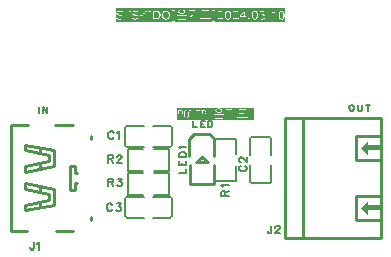
<source format=gto>
G04 Layer: TopSilkscreenLayer*
G04 EasyEDA Pro v2.1.51, 2024-03-10 10:17:56*
G04 Gerber Generator version 0.3*
G04 Scale: 100 percent, Rotated: No, Reflected: No*
G04 Dimensions in millimeters*
G04 Leading zeros omitted, absolute positions, 3 integers and 5 decimals*
%FSLAX35Y35*%
%MOMM*%
%ADD10C,0.1524*%
%ADD11C,0.203*%
%ADD12C,0.25*%
%ADD13C,0.254*%
G75*


G04 Text Start*
G54D10*
G01X2088609Y1094235D02*
G01X2088609Y1044705D01*
G01X2085561Y1035561D01*
G01X2082513Y1032259D01*
G01X2076163Y1029211D01*
G01X2070067D01*
G01X2063717Y1032259D01*
G01X2060669Y1035561D01*
G01X2057621Y1044705D01*
G01Y1051055D01*
G01X2121883Y1078741D02*
G01X2121883Y1081789D01*
G01X2124931Y1088139D01*
G01X2127979Y1091187D01*
G01X2134075Y1094235D01*
G01X2146521D01*
G01X2152871Y1091187D01*
G01X2155919Y1088139D01*
G01X2158967Y1081789D01*
G01Y1075693D01*
G01X2155919Y1069597D01*
G01X2149569Y1060199D01*
G01X2118835Y1029211D01*
G01X2162015D01*
G01X1831261Y1604103D02*
G01X1824911Y1601055D01*
G01X1818815Y1594705D01*
G01X1815767Y1588609D01*
G01Y1576163D01*
G01X1818815Y1570067D01*
G01X1824911Y1563717D01*
G01X1831261Y1560669D01*
G01X1840405Y1557621D01*
G01X1855899D01*
G01X1865297Y1560669D01*
G01X1871393Y1563717D01*
G01X1877743Y1570067D01*
G01X1880791Y1576163D01*
G01Y1588609D01*
G01X1877743Y1594705D01*
G01X1871393Y1601055D01*
G01X1865297Y1604103D01*
G01X1831261Y1637377D02*
G01X1828213Y1637377D01*
G01X1821863Y1640425D01*
G01X1818815Y1643473D01*
G01X1815767Y1649569D01*
G01Y1662015D01*
G01X1818815Y1668365D01*
G01X1821863Y1671413D01*
G01X1828213Y1674461D01*
G01X1834309D01*
G01X1840405Y1671413D01*
G01X1849803Y1665063D01*
G01X1880791Y1634329D01*
G01Y1677509D01*
G01X744102Y1268741D02*
G01X741054Y1275091D01*
G01X734704Y1281187D01*
G01X728608Y1284235D01*
G01X716162D01*
G01X710066Y1281187D01*
G01X703716Y1275091D01*
G01X700668Y1268741D01*
G01X697620Y1259597D01*
G01Y1244103D01*
G01X700668Y1234705D01*
G01X703716Y1228609D01*
G01X710066Y1222259D01*
G01X716162Y1219211D01*
G01X728608D01*
G01X734704Y1222259D01*
G01X741054Y1228609D01*
G01X744102Y1234705D01*
G01X780424Y1284235D02*
G01X814460Y1284235D01*
G01X795918Y1259597D01*
G01X805062D01*
G01X811412Y1256549D01*
G01X814460Y1253247D01*
G01X817508Y1244103D01*
G01Y1237753D01*
G01X814460Y1228609D01*
G01X808364Y1222259D01*
G01X798966Y1219211D01*
G01X789568D01*
G01X780424Y1222259D01*
G01X777376Y1225561D01*
G01X774328Y1231657D01*
G01X1305767Y1537621D02*
G01X1370791Y1537621D01*
G01X1370791Y1537621D02*
G01X1370791Y1574705D01*
G01X1305767Y1604931D02*
G01X1370791Y1604931D01*
G01X1305767Y1604931D02*
G01X1305767Y1645063D01*
G01X1336755Y1604931D02*
G01X1336755Y1629569D01*
G01X1370791Y1604931D02*
G01X1370791Y1645063D01*
G01X1305767Y1675289D02*
G01X1370791Y1675289D01*
G01X1305767Y1675289D02*
G01X1305767Y1696879D01*
G01X1308815Y1706023D01*
G01X1314911Y1712373D01*
G01X1321261Y1715421D01*
G01X1330405Y1718469D01*
G01X1345899D01*
G01X1355297Y1715421D01*
G01X1361393Y1712373D01*
G01X1367743Y1706023D01*
G01X1370791Y1696879D01*
G01Y1675289D01*
G01X1318213Y1748695D02*
G01X1314911Y1754791D01*
G01X1305767Y1763935D01*
G01X1370791D01*
G01X1665767Y1347621D02*
G01X1730791Y1347621D01*
G01X1665767Y1347621D02*
G01X1665767Y1375561D01*
G01X1668815Y1384705D01*
G01X1671863Y1387753D01*
G01X1678213Y1391055D01*
G01X1684309D01*
G01X1690405Y1387753D01*
G01X1693453Y1384705D01*
G01X1696755Y1375561D01*
G01Y1347621D01*
G01X1696755Y1369211D02*
G01X1730791Y1391055D01*
G01X1678213Y1421281D02*
G01X1674911Y1427377D01*
G01X1665767Y1436521D01*
G01X1730791D01*
G01X754102Y1878740D02*
G01X751054Y1885090D01*
G01X744704Y1891186D01*
G01X738608Y1894234D01*
G01X726162D01*
G01X720066Y1891186D01*
G01X713716Y1885090D01*
G01X710668Y1878740D01*
G01X707620Y1869596D01*
G01Y1854102D01*
G01X710668Y1844704D01*
G01X713716Y1838608D01*
G01X720066Y1832258D01*
G01X726162Y1829210D01*
G01X738608D01*
G01X744704Y1832258D01*
G01X751054Y1838608D01*
G01X754102Y1844704D01*
G01X784328Y1881788D02*
G01X790424Y1885090D01*
G01X799568Y1894234D01*
G01Y1829210D01*
G01X707620Y1694234D02*
G01X707620Y1629210D01*
G01X707620Y1694234D02*
G01X735560Y1694234D01*
G01X744704Y1691186D01*
G01X747752Y1688138D01*
G01X751054Y1681788D01*
G01Y1675692D01*
G01X747752Y1669596D01*
G01X744704Y1666548D01*
G01X735560Y1663246D01*
G01X707620D01*
G01X729210Y1663246D02*
G01X751054Y1629210D01*
G01X784328Y1678740D02*
G01X784328Y1681788D01*
G01X787376Y1688138D01*
G01X790424Y1691186D01*
G01X796520Y1694234D01*
G01X808966D01*
G01X815316Y1691186D01*
G01X818364Y1688138D01*
G01X821412Y1681788D01*
G01Y1675692D01*
G01X818364Y1669596D01*
G01X812014Y1660198D01*
G01X781280Y1629210D01*
G01X824460D01*
G01X707620Y1494234D02*
G01X707620Y1429210D01*
G01X707620Y1494234D02*
G01X735560Y1494234D01*
G01X744704Y1491186D01*
G01X747752Y1488138D01*
G01X751054Y1481788D01*
G01Y1475692D01*
G01X747752Y1469596D01*
G01X744704Y1466548D01*
G01X735560Y1463246D01*
G01X707620D01*
G01X729210Y1463246D02*
G01X751054Y1429210D01*
G01X787376Y1494234D02*
G01X821412Y1494234D01*
G01X802870Y1469596D01*
G01X812014D01*
G01X818364Y1466548D01*
G01X821412Y1463246D01*
G01X824460Y1454102D01*
G01Y1447752D01*
G01X821412Y1438608D01*
G01X815316Y1432258D01*
G01X805918Y1429210D01*
G01X796520D01*
G01X787376Y1432258D01*
G01X784328Y1435560D01*
G01X781280Y1441656D01*
G01X78608Y954234D02*
G01X78608Y904704D01*
G01X75560Y895560D01*
G01X72512Y892258D01*
G01X66162Y889210D01*
G01X60066D01*
G01X53716Y892258D01*
G01X50668Y895560D01*
G01X47620Y904704D01*
G01Y911054D01*
G01X108834Y941788D02*
G01X114930Y945090D01*
G01X124074Y954234D01*
G01Y889210D01*
G54D11*
G01X120160Y2100011D02*
G01X120160Y2047687D01*
G01X152418Y2100011D02*
G01X152418Y2047687D01*
G01X152418Y2100011D02*
G01X187216Y2047687D01*
G01X187216Y2100011D02*
G01X187216Y2047687D01*
G01X2765147Y2120011D02*
G01X2760067Y2117471D01*
G01X2755241Y2112391D01*
G01X2752701Y2107311D01*
G01X2750161Y2099945D01*
G01Y2087499D01*
G01X2752701Y2080133D01*
G01X2755241Y2075053D01*
G01X2760067Y2069973D01*
G01X2765147Y2067687D01*
G01X2775053D01*
G01X2780133Y2069973D01*
G01X2784959Y2075053D01*
G01X2787499Y2080133D01*
G01X2790039Y2087499D01*
G01Y2099945D01*
G01X2787499Y2107311D01*
G01X2784959Y2112391D01*
G01X2780133Y2117471D01*
G01X2775053Y2120011D01*
G01X2765147D01*
G01X2822297Y2120011D02*
G01X2822297Y2082419D01*
G01X2824837Y2075053D01*
G01X2829663Y2069973D01*
G01X2837283Y2067687D01*
G01X2842109D01*
G01X2849729Y2069973D01*
G01X2854555Y2075053D01*
G01X2857095Y2082419D01*
G01Y2120011D01*
G01X2906879Y2120011D02*
G01X2906879Y2067687D01*
G01X2889353Y2120011D02*
G01X2924151Y2120011D01*
G36*
G01X1294994Y2090014D02*
G01X1294994Y2089404D01*
G01X1771040D01*
G01X1774088D01*
G01X1777898Y2089252D01*
G01X1778660Y2089099D01*
G01Y2083359D01*
G01X1901342D01*
G01X1925015D01*
G01Y1996643D01*
G01X1913331D01*
G01X1901495Y1996796D01*
G01X1901342Y1997862D01*
G01X1901495Y1999539D01*
G01X1901647Y2000301D01*
G01X1921053D01*
G01Y2080006D01*
G01X1901342D01*
G01Y2083359D01*
G01X1778660D01*
G01Y2043024D01*
G01X1778559Y2010004D01*
G01X1801063D01*
G01Y2016354D01*
G01X1820316D01*
G01X1840281Y2016506D01*
G01X1841043Y2016658D01*
G01Y2026666D01*
G01X1840890Y2037436D01*
G01X1840738Y2038198D01*
G01X1829105D01*
G01X1816659Y2038350D01*
G01X1815897Y2038502D01*
G01Y2058772D01*
G01X1816049Y2079854D01*
G01X1816202Y2080616D01*
G01X1873809D01*
G01Y2078025D01*
G01X1873656Y2074723D01*
G01X1873504Y2073961D01*
G01X1823466D01*
G01Y2044852D01*
G01X1848612D01*
G01X1874571Y2044700D01*
G01X1875282Y2044548D01*
G01Y2042109D01*
G01X1875130Y2038960D01*
G01X1874977Y2038198D01*
G01X1848612D01*
G01Y2016354D01*
G01X1888642D01*
G01Y2010004D01*
G01X1801063D01*
G01X1778559D01*
G01X1778508Y1996237D01*
G01X1778356Y1995475D01*
G01X1774850D01*
G01X1771193Y1995627D01*
G01X1771040Y2042566D01*
G01Y2089404D01*
G01X1294994D01*
G01Y2083359D01*
G01X1564386D01*
G01X1587703D01*
G01Y2080006D01*
G01X1568348D01*
G01Y2068932D01*
G01X1615288D01*
G01X1615592Y2072132D01*
G01X1616050Y2073808D01*
G01X1616507Y2075129D01*
G01X1617116Y2076348D01*
G01X1617878Y2077568D01*
G01X1618793Y2078939D01*
G01X1619707Y2080006D01*
G01X1620469Y2080768D01*
G01X1621536Y2081682D01*
G01X1622552Y2082444D01*
G01X1623466Y2083054D01*
G01X1624686Y2083765D01*
G01X1626057Y2084527D01*
G01X1627276Y2085137D01*
G01X1628496Y2085594D01*
G01X1629867Y2086051D01*
G01X1632864Y2086966D01*
G01X1636217Y2087575D01*
G01X1640129Y2087880D01*
G01X1643939Y2088032D01*
G01X1644853D01*
G01X1648358Y2087880D01*
G01X1652118Y2087728D01*
G01X1653337Y2087423D01*
G01X1654404Y2087270D01*
G01X1655775Y2087118D01*
G01X1657553Y2086661D01*
G01X1659534Y2086051D01*
G01X1661363Y2085442D01*
G01X1662887Y2084832D01*
G01X1664106Y2084222D01*
G01X1666189Y2083054D01*
G01X1667104Y2082444D01*
G01X1667866Y2081987D01*
G01X1668628Y2081378D01*
G01X1670456Y2079549D01*
G01X1671523Y2078177D01*
G01X1672285Y2077263D01*
G01X1672895Y2076196D01*
G01X1673504Y2074824D01*
G01X1673962Y2073351D01*
G01X1674266Y2071980D01*
G01X1674419Y2070151D01*
G01X1674266Y2067408D01*
G01X1673809Y2065172D01*
G01X1673200Y2063496D01*
G01X1672590Y2062277D01*
G01X1671828Y2061058D01*
G01X1671066Y2059991D01*
G01X1670456Y2059229D01*
G01X1668932Y2057705D01*
G01X1667866Y2056841D01*
G01X1665173Y2055012D01*
G01X1663649Y2054250D01*
G01X1662278Y2053641D01*
G01X1661058Y2053184D01*
G01X1659992Y2052726D01*
G01X1658925Y2052422D01*
G01X1657706Y2052117D01*
G01X1653642Y2051202D01*
G01X1651508Y2051050D01*
G01X1649679Y2050745D01*
G01X1644853Y2050593D01*
G01X1639976Y2050745D01*
G01X1639113Y2051050D01*
G01X1636065Y2051355D01*
G01X1633017Y2051964D01*
G01X1631645Y2052269D01*
G01X1630020Y2052726D01*
G01X1628496Y2053336D01*
G01X1625752Y2054555D01*
G01X1624533Y2055165D01*
G01X1623314Y2055927D01*
G01X1621231Y2057400D01*
G01X1620164Y2058314D01*
G01X1618640Y2059838D01*
G01X1617878Y2060905D01*
G01X1617116Y2062124D01*
G01X1616507Y2063344D01*
G01X1615592Y2066087D01*
G01X1615288Y2068932D01*
G01X1568348D01*
G01Y2034845D01*
G01X1601064D01*
G01Y2037283D01*
G01X1601216Y2040433D01*
G01X1601368Y2041195D01*
G01X1644244D01*
G01X1687881Y2041042D01*
G01X1688643Y2040890D01*
G01Y2038198D01*
G01X1688338Y2034997D01*
G01X1684985Y2034642D01*
G01X1675435Y2034540D01*
G01X1666037Y2034438D01*
G01X1663040Y2034083D01*
G01X1663192Y2023770D01*
G01Y2023313D01*
G01X1704848D01*
G01X1705762Y2023923D01*
G01X1712112Y2027123D01*
G01X1717599Y2030781D01*
G01X1718615Y2031492D01*
G01X1719529Y2032102D01*
G01X1720444Y2032864D01*
G01X1722577Y2034692D01*
G01X1724101Y2035912D01*
G01X1727860Y2039722D01*
G01X1729080Y2041195D01*
G01X1731366Y2043481D01*
G01X1733194Y2045919D01*
G01X1735480Y2049069D01*
G01X1736649Y2051202D01*
G01X1737411Y2052422D01*
G01X1738020Y2053488D01*
G01X1739240Y2055927D01*
G01X1739697Y2056994D01*
G01X1740154Y2058162D01*
G01X1741373Y2061210D01*
G01X1741830Y2062734D01*
G01X1742288Y2064106D01*
G01X1742897Y2066188D01*
G01X1743202Y2067408D01*
G01X1743507Y2068779D01*
G01X1743812Y2069998D01*
G01X1743964Y2071370D01*
G01X1744218Y2072589D01*
G01Y2073656D01*
G01X1739798Y2074113D01*
G01X1726844Y2074266D01*
G01X1708810Y2074418D01*
G01X1708048Y2074570D01*
G01Y2076958D01*
G01X1708201Y2080158D01*
G01X1708353Y2080920D01*
G01X1729537D01*
G01X1751533Y2080768D01*
G01X1752092Y2080362D01*
G01X1752295Y2079396D01*
G01X1752143Y2077720D01*
G01X1751838Y2074113D01*
G01X1751533Y2072284D01*
G01X1751228Y2070151D01*
G01X1750924Y2068932D01*
G01X1750771Y2067865D01*
G01X1750466Y2066341D01*
G01X1750009Y2065020D01*
G01X1749704Y2063648D01*
G01X1749247Y2061972D01*
G01X1748638Y2060448D01*
G01X1748180Y2059229D01*
G01X1747723Y2057857D01*
G01X1747114Y2056384D01*
G01X1745894Y2053641D01*
G01X1745437Y2052574D01*
G01X1744828Y2051507D01*
G01X1744116Y2050136D01*
G01X1743354Y2048662D01*
G01X1742440Y2047138D01*
G01X1740611Y2044395D01*
G01X1739544Y2042871D01*
G01X1738630Y2041652D01*
G01X1738020Y2040890D01*
G01X1737411Y2040026D01*
G01X1734871Y2036978D01*
G01X1734109Y2036216D01*
G01X1732585Y2034388D01*
G01X1729994Y2031797D01*
G01X1728622Y2030781D01*
G01X1727708Y2029866D01*
G01X1725930Y2028342D01*
G01X1725168Y2027580D01*
G01X1724406Y2026971D01*
G01X1723644Y2026514D01*
G01X1722882Y2025904D01*
G01X1721815Y2024990D01*
G01X1720291Y2023923D01*
G01X1719072Y2023008D01*
G01X1718056Y2022297D01*
G01X1716837Y2021535D01*
G01X1715008Y2020316D01*
G01X1712874Y2019097D01*
G01X1711655Y2018335D01*
G01X1710284Y2017725D01*
G01X1709420Y2017878D01*
G01X1705762Y2021535D01*
G01X1705000Y2022450D01*
G01X1704848Y2023313D01*
G01X1663192D01*
G01X1662887Y2013204D01*
G01X1662582Y2012442D01*
G01X1659839D01*
G01X1656385Y2012594D01*
G01X1655623Y2012747D01*
G01Y2034540D01*
G01X1647444D01*
G01X1638503Y2034388D01*
G01X1637741Y2034235D01*
G01Y2024075D01*
G01X1637589Y2013204D01*
G01X1637436Y2012442D01*
G01X1634084D01*
G01X1630629Y2012594D01*
G01X1630477Y2023618D01*
G01Y2034540D01*
G01X1616812D01*
G01X1602130Y2034692D01*
G01X1601064Y2034845D01*
G01X1568348D01*
G01Y2011223D01*
G01X1614678D01*
G01X1614983Y2024380D01*
G01X1615288Y2025142D01*
G01X1618183D01*
G01X1621688Y2024837D01*
G01X1622146Y2022297D01*
G01X1622298Y2015287D01*
G01X1622450Y2005279D01*
G01X1622552Y2004568D01*
G01X1648765D01*
G01X1675740Y2004416D01*
G01X1676502Y2004263D01*
G01Y2001672D01*
G01X1676400Y1999590D01*
G01X1676044Y1998472D01*
G01X1668221Y1998015D01*
G01X1645615Y1997862D01*
G01X1623009Y1998015D01*
G01X1615135Y1998320D01*
G01X1614830Y2001774D01*
G01X1614678Y2011223D01*
G01X1568348D01*
G01Y2000301D01*
G01X1587703D01*
G01Y1996643D01*
G01X1564386D01*
G01Y2083359D01*
G01X1294994D01*
G01Y2005736D01*
G01X1297127D01*
G01Y2007870D01*
G01X1298651D01*
G01X1300582Y2008022D01*
G01X1301801Y2008327D01*
G01X1302512Y2008632D01*
G01X1303020Y2009242D01*
G01X1303376Y2016862D01*
G01X1303477Y2038198D01*
G01X1303325Y2067408D01*
G01X1302868Y2068932D01*
G01X1302106Y2069694D01*
G01X1299718Y2069998D01*
G01X1297737D01*
G01Y2072437D01*
G01X1309675D01*
G01X1323035Y2072284D01*
G01X1325474Y2071980D01*
G01X1326947Y2071675D01*
G01X1328318Y2071370D01*
G01X1329842Y2070913D01*
G01X1331214Y2070303D01*
G01X1332433Y2069694D01*
G01X1333500Y2069084D01*
G01X1334414Y2068474D01*
G01X1335176Y2067865D01*
G01X1337412Y2065630D01*
G01X1338174Y2064563D01*
G01X1338936Y2063344D01*
G01X1339545Y2062124D01*
G01X1340155Y2060448D01*
G01X1340612Y2058924D01*
G01X1340764Y2055774D01*
G01X1340612Y2051964D01*
G01X1340307Y2050440D01*
G01X1340002Y2049069D01*
G01X1339545Y2047748D01*
G01X1338936Y2046529D01*
G01X1338174Y2045157D01*
G01X1337564Y2044090D01*
G01X1336954Y2043328D01*
G01X1335430Y2041804D01*
G01X1334719Y2041195D01*
G01X1333652Y2040433D01*
G01X1332128Y2039569D01*
G01X1330757Y2038807D01*
G01X1330350Y2038655D01*
G01X1348334D01*
G01X1348486Y2042262D01*
G01X1348638Y2043633D01*
G01X1348791Y2045919D01*
G01X1349096Y2048053D01*
G01X1349400Y2049831D01*
G01X1349705Y2051355D01*
G01X1350010Y2052726D01*
G01X1350467Y2054555D01*
G01X1351686Y2058162D01*
G01X1352296Y2059534D01*
G01X1353617Y2062277D01*
G01X1354531Y2063801D01*
G01X1355293Y2064868D01*
G01X1355750Y2065630D01*
G01X1356360Y2066341D01*
G01X1357427Y2067408D01*
G01X1358341Y2068474D01*
G01X1359408Y2069389D01*
G01X1360627Y2070303D01*
G01X1361491Y2070913D01*
G01X1362710Y2071522D01*
G01X1364082Y2072132D01*
G01X1365453Y2072589D01*
G01X1366672Y2072894D01*
G01X1369416Y2073199D01*
G01X1370127D01*
G01X1371041Y2073046D01*
G01X1373022Y2072894D01*
G01X1375308Y2072437D01*
G01X1395628D01*
G01X1402283D01*
G01X1407312Y2072335D01*
G01X1409090Y2071980D01*
G01Y2070760D01*
G01X1408836Y2070202D01*
G01X1408328Y2069998D01*
G01X1406957Y2069846D01*
G01X1405738Y2069236D01*
G01X1405128Y2068017D01*
G01Y2066188D01*
G01X1406957Y2053488D01*
G01X1407262Y2051660D01*
G01X1409395Y2036826D01*
G01X1409700Y2034997D01*
G01X1410919Y2026514D01*
G01X1411072Y2025142D01*
G01X1411173Y2024431D01*
G01X1411529Y2024075D01*
G01X1412138Y2024228D01*
G01X1412443Y2024990D01*
G01X1414221Y2034083D01*
G01X1414831Y2036826D01*
G01X1416660Y2045919D01*
G01X1417269Y2048662D01*
G01X1418488Y2054708D01*
G01X1418641Y2056384D01*
G01X1418488Y2058010D01*
G01X1417879Y2063496D01*
G01X1417726Y2064563D01*
G01X1417574Y2066188D01*
G01X1417269Y2068017D01*
G01X1416355Y2069389D01*
G01X1415593Y2069846D01*
G01X1414678Y2069998D01*
G01X1413967Y2070100D01*
G01X1413662Y2070456D01*
G01Y2071675D01*
G01X1413764Y2072437D01*
G01X1420165D01*
G01X1424940Y2072335D01*
G01X1426667Y2071980D01*
G01Y2070760D01*
G01X1426312Y2070202D01*
G01X1425448Y2069998D01*
G01X1423772Y2069541D01*
G01X1423314Y2068982D01*
G01X1423010Y2068170D01*
G01Y2066798D01*
G01X1423314Y2064715D01*
G01X1423619Y2062277D01*
G01X1425448Y2049526D01*
G01X1425753Y2047138D01*
G01X1427886Y2032254D01*
G01X1428191Y2029866D01*
G01X1428496Y2027733D01*
G01X1428648Y2026361D01*
G01X1428750Y2025650D01*
G01X1429106Y2025294D01*
G01X1429461D01*
G01X1429715Y2025599D01*
G01X1430020Y2026514D01*
G01X1431188Y2033778D01*
G01X1431798Y2037131D01*
G01X1433017Y2044395D01*
G01X1433322Y2045919D01*
G01X1434846Y2055012D01*
G01X1435151Y2056536D01*
G01X1436675Y2065630D01*
G01Y2067712D01*
G01X1436370Y2068678D01*
G01X1435760Y2069389D01*
G01X1434846Y2069846D01*
G01X1433627Y2069998D01*
G01X1432255D01*
G01Y2072437D01*
G01X1438046D01*
G01X1442364Y2072335D01*
G01X1443939Y2071980D01*
G01Y2070760D01*
G01X1443584Y2070202D01*
G01X1442872Y2069998D01*
G01X1441348Y2069694D01*
G01X1440434Y2069084D01*
G01X1439824Y2068322D01*
G01X1439418Y2067103D01*
G01X1439113Y2065630D01*
G01X1438504Y2061972D01*
G01X1438199Y2060448D01*
G01X1437284Y2055012D01*
G01X1436980Y2053488D01*
G01X1435760Y2046224D01*
G01X1435456Y2044700D01*
G01X1434541Y2039264D01*
G01X1434236Y2037740D01*
G01X1433017Y2030476D01*
G01X1432712Y2028952D01*
G01X1431798Y2023466D01*
G01X1431493Y2021992D01*
G01X1430325Y2014677D01*
G01X1429715Y2011375D01*
G01X1429106Y2007718D01*
G01X1428953Y2006498D01*
G01Y2005736D01*
G01X1447749D01*
G01Y2007870D01*
G01X1448918D01*
G01X1450594Y2008022D01*
G01X1451813Y2008327D01*
G01X1452524Y2008632D01*
G01X1453032Y2009242D01*
G01X1453388Y2016862D01*
G01X1453490Y2038198D01*
G01X1453337Y2067408D01*
G01X1452880Y2068932D01*
G01X1452118Y2069694D01*
G01X1449832Y2069998D01*
G01X1448054D01*
G01Y2072437D01*
G01X1466799D01*
G01X1498041D01*
G01X1509674D01*
G01X1522730Y2072284D01*
G01X1525168Y2071980D01*
G01X1526692Y2071675D01*
G01X1528013Y2071370D01*
G01X1529537Y2070913D01*
G01X1530909Y2070303D01*
G01X1532433Y2069541D01*
G01X1533500Y2068779D01*
G01X1534262Y2068322D01*
G01X1535328Y2067408D01*
G01X1536192Y2066188D01*
G01X1536954Y2065172D01*
G01X1537564Y2063953D01*
G01X1538021Y2062734D01*
G01X1538478Y2061210D01*
G01X1538783Y2059838D01*
G01X1538935Y2057146D01*
G01X1538783Y2054403D01*
G01X1538478Y2052574D01*
G01X1538021Y2050593D01*
G01X1537411Y2049069D01*
G01X1536649Y2047596D01*
G01X1535735Y2046224D01*
G01X1534871Y2045157D01*
G01X1533042Y2043328D01*
G01X1531518Y2042262D01*
G01X1529994Y2041347D01*
G01X1528623Y2040738D01*
G01X1527404Y2040280D01*
G01X1525930Y2039874D01*
G01X1525270Y2039569D01*
G01X1525168Y2039112D01*
G01X1526083Y2036674D01*
G01X1526540Y2035607D01*
G01X1527099Y2034235D01*
G01X1530147Y2026666D01*
G01X1530604Y2025447D01*
G01X1531061Y2024380D01*
G01X1531671Y2023008D01*
G01X1534719Y2015439D01*
G01X1535176Y2014220D01*
G01X1535582Y2013204D01*
G01X1536192Y2011832D01*
G01X1536954Y2010156D01*
G01X1538021Y2008937D01*
G01X1539240Y2008175D01*
G01X1541374Y2007870D01*
G01X1542898D01*
G01Y2005736D01*
G01X1537564D01*
G01X1533500Y2005889D01*
G01X1531823Y2006346D01*
G01X1531061Y2007870D01*
G01X1530452Y2009546D01*
G01X1529842Y2011070D01*
G01X1529232Y2012747D01*
G01X1528013Y2015744D01*
G01X1527404Y2017420D01*
G01X1526794Y2018944D01*
G01X1526235Y2020621D01*
G01X1525016Y2023618D01*
G01X1524406Y2025294D01*
G01X1523797Y2026818D01*
G01X1523187Y2028495D01*
G01X1522578Y2030019D01*
G01X1520292Y2036064D01*
G01X1519834Y2037131D01*
G01X1519377Y2038502D01*
G01X1519225Y2039417D01*
G01X1510132D01*
G01Y2024837D01*
G01X1510436Y2009546D01*
G01X1511351Y2008480D01*
G01X1512418Y2008022D01*
G01X1514399Y2007870D01*
G01X1515923D01*
G01Y2005736D01*
G01X1498041D01*
G01Y2007870D01*
G01X1499260D01*
G01X1500886Y2008022D01*
G01X1501953Y2008175D01*
G01X1502562Y2008378D01*
G01X1503172Y2008937D01*
G01X1503629Y2016760D01*
G01X1503782Y2038807D01*
G01X1503477Y2068474D01*
G01X1502715Y2069541D01*
G01X1501851Y2069897D01*
G01X1500175Y2069998D01*
G01X1498041D01*
G01Y2072437D01*
G01X1466799D01*
G01X1486052Y2072132D01*
G01X1486662Y2071065D01*
G01X1488034Y2066950D01*
G01X1488948Y2063953D01*
G01X1490320Y2059838D01*
G01X1490167Y2059229D01*
G01X1489558Y2058772D01*
G01X1488796Y2058670D01*
G01X1488338Y2058924D01*
G01X1487729Y2059838D01*
G01X1487119Y2060905D01*
G01X1486205Y2062277D01*
G01X1485443Y2063496D01*
G01X1484833Y2064258D01*
G01X1481988Y2067103D01*
G01X1480922Y2068017D01*
G01X1479702Y2068779D01*
G01X1478331Y2069389D01*
G01X1476959Y2069846D01*
G01X1469238Y2069998D01*
G01X1461211Y2069694D01*
G01X1460144Y2068779D01*
G01X1459687Y2067712D01*
G01X1459535Y2055012D01*
G01Y2042719D01*
G01X1465631D01*
G01X1472438Y2042871D01*
G01X1473962Y2043176D01*
G01X1475435Y2043786D01*
G01X1476807Y2044852D01*
G01X1477569Y2045919D01*
G01X1478026Y2046986D01*
G01X1478331Y2050136D01*
G01X1478432Y2052117D01*
G01X1478788Y2052879D01*
G01X1480007D01*
G01X1480769Y2052726D01*
G01Y2030019D01*
G01X1478331D01*
G01Y2031644D01*
G01X1478178Y2034083D01*
G01X1477874Y2035302D01*
G01X1477569Y2036369D01*
G01X1476959Y2037588D01*
G01X1476197Y2038655D01*
G01X1475283Y2039417D01*
G01X1474114Y2040026D01*
G01X1466494Y2040280D01*
G01X1459535D01*
G01Y2026209D01*
G01X1459687Y2011070D01*
G01X1460144Y2009394D01*
G01X1461059Y2008480D01*
G01X1462126Y2008022D01*
G01X1467866Y2007870D01*
G01X1473657Y2008022D01*
G01X1476350Y2008327D01*
G01X1477874Y2008632D01*
G01X1479398Y2009089D01*
G01X1480464Y2009546D01*
G01X1481684Y2010156D01*
G01X1483055Y2011070D01*
G01X1484071Y2011985D01*
G01X1485595Y2013509D01*
G01X1486205Y2014220D01*
G01X1486967Y2015287D01*
G01X1487729Y2016506D01*
G01X1488338Y2017725D01*
G01X1488948Y2019097D01*
G01X1489558Y2020621D01*
G01X1489862Y2021230D01*
G01X1490167Y2021383D01*
G01X1491082Y2021078D01*
G01X1491488Y2020824D01*
G01X1491539Y2020468D01*
G01X1491082Y2018944D01*
G01X1490472Y2016811D01*
G01X1490015Y2015287D01*
G01X1489710Y2014068D01*
G01X1489253Y2012442D01*
G01X1488796Y2011070D01*
G01X1488491Y2009699D01*
G01X1487576Y2006651D01*
G01X1487424Y2005736D01*
G01X1447749D01*
G01X1428953D01*
G01X1427886D01*
G01X1427023Y2005889D01*
G01X1426515Y2006346D01*
G01X1426058Y2008327D01*
G01X1425753Y2010156D01*
G01X1425448Y2012290D01*
G01X1425143Y2014068D01*
G01X1424534Y2018335D01*
G01X1424229Y2020164D01*
G01X1423619Y2024380D01*
G01X1423314Y2026209D01*
G01X1423010Y2028342D01*
G01X1422705Y2030171D01*
G01X1422146Y2034388D01*
G01X1421841Y2036216D01*
G01X1421232Y2040433D01*
G01X1420927Y2042262D01*
G01X1420622Y2044395D01*
G01X1420317Y2046224D01*
G01X1420063Y2046732D01*
G01X1419708Y2046834D01*
G01X1419098Y2045919D01*
G01X1416355Y2032254D01*
G01X1416050Y2030476D01*
G01X1411529Y2007718D01*
G01X1411376Y2006498D01*
G01Y2005736D01*
G01X1410157D01*
G01X1409192Y2005889D01*
G01X1408786Y2006194D01*
G01X1408481Y2008022D01*
G01X1408176Y2010156D01*
G01X1407871Y2011985D01*
G01X1407566Y2014068D01*
G01X1407262Y2015896D01*
G01X1406652Y2020164D01*
G01X1406347Y2021992D01*
G01X1406042Y2024075D01*
G01X1405738Y2025904D01*
G01X1405433Y2028038D01*
G01X1405128Y2029866D01*
G01X1404874Y2031949D01*
G01X1404569Y2033778D01*
G01X1404264Y2035912D01*
G01X1403960Y2037740D01*
G01X1403350Y2041957D01*
G01X1403045Y2043786D01*
G01X1402740Y2045919D01*
G01X1402436Y2047748D01*
G01X1402131Y2049831D01*
G01X1401826Y2051660D01*
G01X1401521Y2053793D01*
G01X1401216Y2055622D01*
G01X1400912Y2057705D01*
G01X1400607Y2059534D01*
G01X1400302Y2061667D01*
G01X1399997Y2063496D01*
G01X1399692Y2065630D01*
G01X1399540Y2067103D01*
G01X1399235Y2068627D01*
G01X1398626Y2069541D01*
G01X1398067Y2069897D01*
G01X1396949Y2069998D01*
G01X1395628D01*
G01Y2072437D01*
G01X1375308D01*
G01X1376832Y2071827D01*
G01X1378204Y2071218D01*
G01X1379677Y2070303D01*
G01X1381049Y2069389D01*
G01X1381963Y2068627D01*
G01X1382725Y2067865D01*
G01X1383944Y2066341D01*
G01X1384859Y2065325D01*
G01X1385773Y2063953D01*
G01X1386535Y2062734D01*
G01X1387145Y2061667D01*
G01X1387704Y2060448D01*
G01X1388313Y2059076D01*
G01X1389685Y2055470D01*
G01X1390142Y2053946D01*
G01X1390599Y2052574D01*
G01X1391209Y2049831D01*
G01X1391514Y2047748D01*
G01X1391818Y2045310D01*
G01X1391971Y2039569D01*
G01X1391818Y2033778D01*
G01X1391514Y2030781D01*
G01X1391209Y2028647D01*
G01X1390904Y2027123D01*
G01X1390447Y2024990D01*
G01X1389837Y2022856D01*
G01X1389228Y2021078D01*
G01X1388618Y2019554D01*
G01X1386840Y2015896D01*
G01X1386230Y2014830D01*
G01X1385011Y2013052D01*
G01X1384249Y2012137D01*
G01X1383335Y2011070D01*
G01X1382116Y2009699D01*
G01X1380592Y2008480D01*
G01X1379068Y2007413D01*
G01X1377899Y2006651D01*
G01X1376832Y2006194D01*
G01X1375613Y2005736D01*
G01X1373784Y2005279D01*
G01X1372108Y2005025D01*
G01X1370127Y2004873D01*
G01X1368044Y2005025D01*
G01X1366368Y2005432D01*
G01X1364386Y2006041D01*
G01X1363015Y2006651D01*
G01X1361948Y2007260D01*
G01X1361084Y2007870D01*
G01X1360322Y2008327D01*
G01X1359560Y2008937D01*
G01X1356512Y2011985D01*
G01X1355598Y2013204D01*
G01X1354531Y2014677D01*
G01X1353617Y2016049D01*
G01X1352855Y2017420D01*
G01X1352296Y2018640D01*
G01X1351839Y2019706D01*
G01X1351382Y2020926D01*
G01X1350772Y2022450D01*
G01X1350315Y2023770D01*
G01X1349705Y2026209D01*
G01X1349096Y2029257D01*
G01X1348791Y2031340D01*
G01X1348486Y2034997D01*
G01X1348334Y2038655D01*
G01X1330350D01*
G01X1328318Y2037893D01*
G01X1326540Y2037436D01*
G01X1324864Y2037131D01*
G01X1316990Y2036978D01*
G01X1309522D01*
G01Y2024532D01*
G01X1309675Y2011070D01*
G01X1310132Y2009394D01*
G01X1311046Y2008480D01*
G01X1312113Y2008022D01*
G01X1314247Y2007870D01*
G01X1315923D01*
G01Y2005736D01*
G01X1297127D01*
G01X1294994D01*
G01Y1989988D01*
G01X1944980D01*
G01Y2090014D01*
G37*
G36*
G01X1645310Y2081530D02*
G01X1640586Y2081378D01*
G01X1638808Y2081225D01*
G01X1636827Y2080920D01*
G01X1635608Y2080616D01*
G01X1634541Y2080463D01*
G01X1633169Y2080158D01*
G01X1631645Y2079701D01*
G01X1630324Y2079092D01*
G01X1628800Y2078330D01*
G01X1627276Y2077263D01*
G01X1626057Y2076348D01*
G01X1624990Y2075282D01*
G01X1624076Y2073808D01*
G01X1623466Y2072589D01*
G01X1623162Y2069541D01*
G01X1623466Y2066341D01*
G01X1624076Y2065020D01*
G01X1624686Y2063953D01*
G01X1625143Y2063191D01*
G01X1625752Y2062429D01*
G01X1628191Y2060600D01*
G01X1629105Y2059991D01*
G01X1630172Y2059534D01*
G01X1632560Y2058619D01*
G01X1634693Y2058010D01*
G01X1636065Y2057705D01*
G01X1637284Y2057400D01*
G01X1639113Y2057298D01*
G01X1640586Y2057146D01*
G01X1644548Y2056994D01*
G01X1648765Y2057146D01*
G01X1650441Y2057298D01*
G01X1652270Y2057552D01*
G01X1653489Y2057857D01*
G01X1654556Y2058010D01*
G01X1656690Y2058619D01*
G01X1658010Y2059076D01*
G01X1659687Y2059686D01*
G01X1660906Y2060296D01*
G01X1661820Y2060905D01*
G01X1662582Y2061515D01*
G01X1663649Y2062429D01*
G01X1665021Y2063801D01*
G01X1665783Y2065172D01*
G01X1666189Y2066188D01*
G01X1666494Y2069236D01*
G01X1666392Y2071370D01*
G01X1666037Y2072589D01*
G01X1665326Y2074113D01*
G01X1664716Y2075129D01*
G01X1664106Y2075891D01*
G01X1663344Y2076653D01*
G01X1662125Y2077568D01*
G01X1660906Y2078330D01*
G01X1658163Y2079701D01*
G01X1656994Y2080158D01*
G01X1655775Y2080463D01*
G01X1654251Y2080768D01*
G01X1653032Y2081073D01*
G01X1649984Y2081378D01*
G37*
G36*
G01X1369720Y2070456D02*
G01X1367892Y2070151D01*
G01X1366368Y2069694D01*
G01X1365148Y2069084D01*
G01X1364082Y2068474D01*
G01X1363167Y2067712D01*
G01X1362405Y2066950D01*
G01X1361491Y2065934D01*
G01X1360780Y2064868D01*
G01X1360170Y2063801D01*
G01X1358951Y2061362D01*
G01X1358341Y2059686D01*
G01X1357732Y2057705D01*
G01X1357274Y2056232D01*
G01X1356665Y2052879D01*
G01X1356360Y2050745D01*
G01X1356055Y2047748D01*
G01X1355903Y2039569D01*
G01X1356055Y2031340D01*
G01X1356208Y2030171D01*
G01X1356360Y2028038D01*
G01X1356665Y2025904D01*
G01X1356970Y2024075D01*
G01X1357274Y2022602D01*
G01X1357579Y2021230D01*
G01X1358036Y2019402D01*
G01X1358646Y2017573D01*
G01X1359256Y2016201D01*
G01X1360627Y2013509D01*
G01X1361643Y2011985D01*
G01X1362558Y2010766D01*
G01X1363624Y2009699D01*
G01X1364844Y2008784D01*
G01X1365758Y2008175D01*
G01X1367130Y2007718D01*
G01X1368196Y2007413D01*
G01X1369873Y2007260D01*
G01X1372108Y2007413D01*
G01X1373327Y2007718D01*
G01X1374546Y2008175D01*
G01X1376070Y2008937D01*
G01X1377137Y2009699D01*
G01X1377899Y2010308D01*
G01X1378661Y2011070D01*
G01X1379220Y2011832D01*
G01X1379982Y2012899D01*
G01X1380744Y2014068D01*
G01X1381354Y2015287D01*
G01X1381963Y2016658D01*
G01X1382878Y2019706D01*
G01X1383335Y2021383D01*
G01X1383640Y2022856D01*
G01X1383944Y2024990D01*
G01X1384249Y2027733D01*
G01X1384554Y2031949D01*
G01X1384706Y2038350D01*
G01X1384554Y2044700D01*
G01X1384249Y2048662D01*
G01X1384097Y2049678D01*
G01X1383944Y2051050D01*
G01X1383335Y2054708D01*
G01X1383030Y2055927D01*
G01X1382725Y2057400D01*
G01X1382268Y2059076D01*
G01X1381354Y2061820D01*
G01X1380744Y2063191D01*
G01X1379982Y2064715D01*
G01X1378915Y2066188D01*
G01X1378052Y2067408D01*
G01X1377290Y2068170D01*
G01X1376070Y2068932D01*
G01X1374699Y2069694D01*
G01X1373175Y2070151D01*
G01X1371498Y2070456D01*
G37*
G36*
G01X1517142Y2069998D02*
G01X1511808Y2069694D01*
G01X1510589Y2068932D01*
G01X1510284Y2065274D01*
G01X1510132Y2055165D01*
G01X1510284Y2041652D01*
G01X1514399Y2041500D01*
G01X1519377Y2041652D01*
G01X1521816Y2041957D01*
G01X1523797Y2042414D01*
G01X1525168Y2043024D01*
G01X1526388Y2043633D01*
G01X1527404Y2044243D01*
G01X1528318Y2045005D01*
G01X1529842Y2046529D01*
G01X1530452Y2047291D01*
G01X1530909Y2048205D01*
G01X1531366Y2049221D01*
G01X1531823Y2050593D01*
G01X1532128Y2051964D01*
G01X1532280Y2055165D01*
G01X1532128Y2058924D01*
G01X1531671Y2061058D01*
G01X1531061Y2062886D01*
G01X1530452Y2064106D01*
G01X1529842Y2065020D01*
G01X1528623Y2066493D01*
G01X1527556Y2067560D01*
G01X1526083Y2068474D01*
G01X1524711Y2069084D01*
G01X1523340Y2069541D01*
G01X1522120Y2069846D01*
G37*
G36*
G01X1317447Y2069998D02*
G01X1311199Y2069694D01*
G01X1310132Y2068779D01*
G01X1309675Y2067712D01*
G01X1309522Y2053336D01*
G01X1309675Y2039264D01*
G01X1314399Y2039112D01*
G01X1319378Y2039264D01*
G01X1322426Y2039569D01*
G01X1323950Y2039874D01*
G01X1325474Y2040280D01*
G01X1328166Y2041652D01*
G01X1329538Y2042566D01*
G01X1330604Y2043328D01*
G01X1331366Y2044090D01*
G01X1332128Y2045157D01*
G01X1332890Y2046529D01*
G01X1333500Y2048205D01*
G01X1333957Y2049526D01*
G01X1334262Y2051964D01*
G01X1334414Y2053946D01*
G01X1334262Y2056536D01*
G01X1333957Y2058924D01*
G01X1333500Y2061210D01*
G01X1332890Y2062886D01*
G01X1331824Y2065020D01*
G01X1331214Y2065782D01*
G01X1329690Y2067255D01*
G01X1328623Y2068017D01*
G01X1327404Y2068627D01*
G01X1326236Y2069084D01*
G01X1324712Y2069541D01*
G01X1323340Y2069846D01*
G37*
G01X1429234Y1980011D02*
G01X1429234Y1927687D01*
G01X1429234Y1927687D02*
G01X1459206Y1927687D01*
G01X1491464Y1980011D02*
G01X1491464Y1927687D01*
G01X1491464Y1980011D02*
G01X1523722Y1980011D01*
G01X1491464Y1954865D02*
G01X1511276Y1954865D01*
G01X1491464Y1927687D02*
G01X1523722Y1927687D01*
G01X1555980Y1980011D02*
G01X1555980Y1927687D01*
G01X1555980Y1980011D02*
G01X1573506Y1980011D01*
G01X1580872Y1977471D01*
G01X1585952Y1972391D01*
G01X1588238Y1967311D01*
G01X1590778Y1959945D01*
G01Y1947499D01*
G01X1588238Y1940133D01*
G01X1585952Y1935053D01*
G01X1580872Y1929973D01*
G01X1573506Y1927687D01*
G01X1555980D01*
G36*
G01X771195Y2941523D02*
G01X771195Y2916987D01*
G01X1248207D01*
G01X1273353D01*
G01Y2909976D01*
G01X1256690D01*
G01Y2905912D01*
G01X1302410D01*
G01X1302715Y2909722D01*
G01X1303172Y2911043D01*
G01X1303630Y2912262D01*
G01X1304239Y2913482D01*
G01X1304849Y2914548D01*
G01X1305458Y2915463D01*
G01X1306068Y2916225D01*
G01X1308354Y2918511D01*
G01X1309522Y2919374D01*
G01X1310894Y2920289D01*
G01X1311961Y2920898D01*
G01X1314094Y2921965D01*
G01X1315618Y2922575D01*
G01X1316990Y2923032D01*
G01X1318158Y2923489D01*
G01X1319225Y2923794D01*
G01X1320597Y2924099D01*
G01X1322273Y2924404D01*
G01X1323492Y2924708D01*
G01X1331062Y2925013D01*
G01X1331824D01*
G01X1335329Y2924861D01*
G01X1339240Y2924708D01*
G01X1340460Y2924404D01*
G01X1342593Y2924099D01*
G01X1343965Y2923794D01*
G01X1345743Y2923337D01*
G01X1347572Y2922727D01*
G01X1349096Y2922118D01*
G01X1350467Y2921508D01*
G01X1351991Y2920746D01*
G01X1353007Y2919984D01*
G01X1353922Y2919527D01*
G01X1354836Y2918917D01*
G01X1356970Y2917139D01*
G01X1357579Y2916377D01*
G01X1358494Y2915310D01*
G01X1359408Y2913939D01*
G01X1360018Y2912872D01*
G01X1360932Y2910434D01*
G01X1361237Y2909418D01*
G01X1361389Y2908351D01*
G01X1361491Y2907132D01*
G01X1361389Y2904998D01*
G01X1361084Y2903169D01*
G01X1360780Y2901798D01*
G01X1360170Y2900172D01*
G01X1359256Y2898648D01*
G01X1358189Y2897124D01*
G01X1357274Y2895905D01*
G01X1356208Y2894838D01*
G01X1354684Y2893619D01*
G01X1353160Y2892552D01*
G01X1351991Y2891841D01*
G01X1350772Y2891231D01*
G01X1349400Y2890622D01*
G01X1346962Y2889707D01*
G01X1345743Y2889402D01*
G01X1344676Y2889098D01*
G01X1343355Y2888793D01*
G01X1341831Y2888488D01*
G01X1340612Y2888183D01*
G01X1338631Y2888031D01*
G01X1336802Y2887726D01*
G01X1331976Y2887574D01*
G01X1327099Y2887726D01*
G01X1326236Y2888031D01*
G01X1324254Y2888183D01*
G01X1322121Y2888488D01*
G01X1320902Y2888793D01*
G01X1319835Y2888945D01*
G01X1317752Y2889555D01*
G01X1316380Y2890012D01*
G01X1314856Y2890622D01*
G01X1313637Y2891079D01*
G01X1312570Y2891536D01*
G01X1310132Y2893009D01*
G01X1309268Y2893619D01*
G01X1308506Y2894228D01*
G01X1306373Y2896057D01*
G01X1305458Y2897124D01*
G01X1304544Y2898496D01*
G01X1303782Y2899867D01*
G01X1303172Y2901239D01*
G01X1302715Y2902407D01*
G01X1302410Y2905912D01*
G01X1256690D01*
G01Y2874264D01*
G01X1287882D01*
G01X1288034Y2877109D01*
G01X1288186Y2878176D01*
G01X1331519D01*
G01X1375308Y2877871D01*
G01X1375664Y2877109D01*
G01X1375766Y2875280D01*
G01X1375461Y2872283D01*
G01X1375156Y2871521D01*
G01X1350010D01*
G01Y2861208D01*
G01Y2859735D01*
G01X1391717D01*
G01X1391818Y2860142D01*
G01X1392580Y2860751D01*
G01X1398016Y2863494D01*
G01X1399540Y2864409D01*
G01X1402283Y2866238D01*
G01X1403502Y2866949D01*
G01X1404417Y2867558D01*
G01X1405585Y2868320D01*
G01X1406652Y2869235D01*
G01X1408176Y2870454D01*
G01X1410005Y2871978D01*
G01X1411072Y2873045D01*
G01X1412443Y2874264D01*
G01X1413205Y2875178D01*
G01X1417879Y2879852D01*
G01X1418793Y2881071D01*
G01X1420012Y2882595D01*
G01X1420774Y2883662D01*
G01X1422552Y2886354D01*
G01X1424076Y2888793D01*
G01X1424838Y2890164D01*
G01X1426058Y2892552D01*
G01X1426667Y2893924D01*
G01X1427124Y2894990D01*
G01X1427582Y2896210D01*
G01X1428191Y2897734D01*
G01X1428648Y2898953D01*
G01X1428953Y2900172D01*
G01X1429410Y2901493D01*
G01X1429868Y2903017D01*
G01X1430325Y2904998D01*
G01X1430782Y2907132D01*
G01X1431036Y2908656D01*
G01X1431188Y2910129D01*
G01Y2911196D01*
G01X1413916D01*
G01X1395933Y2911348D01*
G01X1395171Y2911500D01*
G01Y2913939D01*
G01X1395324Y2917139D01*
G01X1395476Y2917901D01*
G01X1416355D01*
G01X1438351Y2917749D01*
G01X1439418Y2917596D01*
G01Y2916530D01*
G01X1439266Y2915006D01*
G01X1438961Y2912872D01*
G01X1438808Y2910738D01*
G01X1438504Y2908503D01*
G01X1438199Y2907132D01*
G01X1438046Y2905912D01*
G01X1436675Y2900477D01*
G01X1436065Y2898496D01*
G01X1434846Y2895143D01*
G01X1434236Y2893619D01*
G01X1433779Y2892450D01*
G01X1433170Y2891079D01*
G01X1431950Y2888640D01*
G01X1430477Y2885897D01*
G01X1428648Y2882900D01*
G01X1427124Y2880766D01*
G01X1426210Y2879395D01*
G01X1425753Y2878785D01*
G01X1457858D01*
G01X1458011Y2925013D01*
G01X1458468Y2926232D01*
G01X1459281Y2926537D01*
G01X1461059Y2926690D01*
G01X1464412Y2926537D01*
G01X1465478Y2926385D01*
G01Y2846984D01*
G01X1488186D01*
G01Y2853334D01*
G01X1507439D01*
G01X1527404Y2853487D01*
G01X1528166Y2853639D01*
G01Y2863647D01*
G01X1528013Y2874416D01*
G01X1527861Y2875178D01*
G01X1515618D01*
G01X1506322Y2875280D01*
G01X1503020Y2875585D01*
G01X1502715Y2895448D01*
G01X1502867Y2916225D01*
G01X1503020Y2917596D01*
G01X1531214D01*
G01X1560170Y2917444D01*
G01X1560932Y2917292D01*
G01Y2916987D01*
G01X1590294D01*
G01X1615440D01*
G01Y2841193D01*
G01X1635150D01*
G01Y2846070D01*
G01X1635455Y2851201D01*
G01X1636065Y2851963D01*
G01X1644548Y2859227D01*
G01X1646377Y2860751D01*
G01X1647444Y2861818D01*
G01X1648612Y2862732D01*
G01X1650136Y2864256D01*
G01X1651660Y2865476D01*
G01X1662278Y2876042D01*
G01X1663802Y2877871D01*
G01X1664564Y2878633D01*
G01X1666342Y2880919D01*
G01X1667866Y2883052D01*
G01X1669085Y2885135D01*
G01X1669694Y2886354D01*
G01X1670304Y2888031D01*
G01X1670761Y2889555D01*
G01X1671066Y2890774D01*
G01X1671218Y2893771D01*
G01X1671066Y2897124D01*
G01X1670609Y2898953D01*
G01X1669999Y2900477D01*
G01X1669542Y2901340D01*
G01X1668932Y2902102D01*
G01X1667256Y2903779D01*
G01X1666342Y2904541D01*
G01X1665326Y2905150D01*
G01X1663954Y2905760D01*
G01X1662582Y2906217D01*
G01X1661363Y2906522D01*
G01X1659992Y2906674D01*
G01X1658010Y2906827D01*
G01X1656537D01*
G01X1653184Y2906522D01*
G01X1652118Y2906370D01*
G01X1650441Y2906065D01*
G01X1648917Y2905608D01*
G01X1647596Y2905303D01*
G01X1646072Y2904846D01*
G01X1644853Y2904388D01*
G01X1643786Y2903931D01*
G01X1640129Y2902102D01*
G01X1638808Y2901340D01*
G01X1637589Y2900782D01*
G01X1636979Y2900629D01*
G01Y2905303D01*
G01X1637132Y2910434D01*
G01X1638046Y2911196D01*
G01X1639418Y2911805D01*
G01X1643482Y2913177D01*
G01X1645310Y2913634D01*
G01X1646834Y2914091D01*
G01X1650136Y2914701D01*
G01X1652575Y2915006D01*
G01X1656842Y2915158D01*
G01X1661363Y2915006D01*
G01X1665021Y2914396D01*
G01X1666799Y2913939D01*
G01X1668628Y2913329D01*
G01X1670152Y2912720D01*
G01X1671371Y2912110D01*
G01X1672438Y2911500D01*
G01X1673352Y2910891D01*
G01X1674419Y2910129D01*
G01X1675435Y2909265D01*
G01X1677264Y2907436D01*
G01X1678330Y2905912D01*
G01X1679092Y2904693D01*
G01X1679702Y2903322D01*
G01X1680312Y2901798D01*
G01X1680769Y2900020D01*
G01X1681074Y2898343D01*
G01X1681226Y2895752D01*
G01X1681074Y2892857D01*
G01X1680769Y2890774D01*
G01X1680312Y2888336D01*
G01X1679702Y2886354D01*
G01X1679092Y2884830D01*
G01X1678483Y2883510D01*
G01X1676654Y2880309D01*
G01X1675130Y2878176D01*
G01X1674673Y2877414D01*
G01X1674063Y2876652D01*
G01X1697584D01*
G01X1697736Y2882595D01*
G01X1697888Y2884068D01*
G01X1698041Y2886507D01*
G01X1698346Y2889250D01*
G01X1698650Y2891079D01*
G01X1699260Y2894076D01*
G01X1699565Y2895448D01*
G01X1700022Y2897276D01*
G01X1701190Y2900934D01*
G01X1701800Y2902255D01*
G01X1703019Y2904693D01*
G01X1703781Y2905912D01*
G01X1704543Y2906979D01*
G01X1705000Y2907741D01*
G01X1705610Y2908503D01*
G01X1707134Y2909976D01*
G01X1707896Y2910586D01*
G01X1709979Y2912110D01*
G01X1711046Y2912720D01*
G01X1712417Y2913329D01*
G01X1713941Y2913939D01*
G01X1715313Y2914396D01*
G01X1718615Y2915006D01*
G01X1721663Y2915158D01*
G01X1725625Y2915006D01*
G01X1727708Y2914701D01*
G01X1728927Y2914396D01*
G01X1730299Y2914091D01*
G01X1731823Y2913634D01*
G01X1733042Y2913177D01*
G01X1733956Y2912720D01*
G01X1735023Y2912110D01*
G01X1736496Y2911196D01*
G01X1737716Y2910281D01*
G01X1740306Y2907741D01*
G01X1741221Y2906522D01*
G01X1741830Y2905760D01*
G01X1742440Y2904693D01*
G01X1743964Y2901645D01*
G01X1744523Y2900020D01*
G01X1745132Y2898191D01*
G01X1745742Y2896210D01*
G01X1746199Y2894686D01*
G01X1746809Y2891384D01*
G01X1747114Y2889250D01*
G01X1747418Y2886507D01*
G01X1747723Y2881376D01*
G01X1747876Y2877871D01*
G01X1747723Y2874416D01*
G01X1747571Y2871978D01*
G01X1747418Y2868930D01*
G01X1746809Y2864104D01*
G01X1746504Y2862580D01*
G01X1746352Y2861513D01*
G01X1746047Y2859837D01*
G01X1745590Y2858313D01*
G01X1745285Y2857144D01*
G01X1743964Y2853182D01*
G01X1742745Y2850744D01*
G01X1742135Y2849677D01*
G01X1741221Y2848356D01*
G01X1740306Y2847137D01*
G01X1739087Y2845613D01*
G01X1738325Y2844851D01*
G01X1737106Y2843936D01*
G01X1734871Y2842412D01*
G01X1733804Y2841803D01*
G01X1732280Y2841193D01*
G01X1762404D01*
G01Y2851506D01*
G01X1763166Y2851963D01*
G01X1772717Y2860142D01*
G01X1774546Y2861666D01*
G01X1775612Y2862732D01*
G01X1776832Y2863647D01*
G01X1779067Y2865933D01*
G01X1780591Y2867101D01*
G01X1788465Y2875026D01*
G01X1789379Y2876194D01*
G01X1790903Y2877718D01*
G01X1791513Y2878480D01*
G01X1792427Y2879547D01*
G01X1793342Y2880766D01*
G01X1793951Y2881528D01*
G01X1794713Y2882595D01*
G01X1795628Y2884068D01*
G01X1796390Y2885288D01*
G01X1796948Y2886659D01*
G01X1798015Y2889860D01*
G01X1798320Y2891993D01*
G01X1798472Y2893619D01*
G01X1798320Y2895905D01*
G01X1798015Y2897734D01*
G01X1797558Y2899410D01*
G01X1796796Y2901086D01*
G01X1796085Y2902102D01*
G01X1795475Y2902864D01*
G01X1794408Y2903931D01*
G01X1793037Y2904846D01*
G01X1791818Y2905455D01*
G01X1790141Y2906065D01*
G01X1788617Y2906522D01*
G01X1787296Y2906674D01*
G01X1785315Y2906827D01*
G01X1783791D01*
G01X1782115Y2906674D01*
G01X1780134Y2906522D01*
G01X1777136Y2905912D01*
G01X1775308Y2905455D01*
G01X1773326Y2904846D01*
G01X1771650Y2904236D01*
G01X1768958Y2903017D01*
G01X1767738Y2902407D01*
G01X1766672Y2901798D01*
G01X1765757Y2901239D01*
G01X1764843Y2900782D01*
G01X1764233Y2900629D01*
G01Y2910891D01*
G01X1765148Y2911196D01*
G01X1768196Y2912415D01*
G01X1769567Y2912872D01*
G01X1772564Y2913634D01*
G01X1774088Y2914091D01*
G01X1777441Y2914701D01*
G01X1779524Y2915006D01*
G01X1783486Y2915158D01*
G01X1788312Y2915006D01*
G01X1790446Y2914701D01*
G01X1791970Y2914396D01*
G01X1794408Y2913786D01*
G01X1795780Y2913329D01*
G01X1798472Y2912110D01*
G01X1799844Y2911348D01*
G01X1800911Y2910586D01*
G01X1801673Y2910129D01*
G01X1802435Y2909570D01*
G01X1803197Y2908808D01*
G01X1804416Y2907284D01*
G01X1805280Y2906217D01*
G01X1806042Y2904998D01*
G01X1806651Y2903779D01*
G01X1807261Y2902255D01*
G01X1807718Y2901086D01*
G01X1808023Y2899410D01*
G01X1808328Y2896819D01*
G01Y2894990D01*
G01X1808175Y2893466D01*
G01X1808023Y2891384D01*
G01X1807718Y2889860D01*
G01X1807566Y2888793D01*
G01X1807261Y2887574D01*
G01X1806346Y2885135D01*
G01X1805737Y2883814D01*
G01X1805026Y2882290D01*
G01X1804111Y2880766D01*
G01X1803197Y2879395D01*
G01X1802587Y2878328D01*
G01X1800758Y2876042D01*
G01X1799234Y2874264D01*
G01X1796948Y2871978D01*
G01X1795780Y2870454D01*
G01X1794256Y2868930D01*
G01X1792122Y2867101D01*
G01X1788008Y2863037D01*
G01X1786839Y2862123D01*
G01X1786230Y2861513D01*
G01X1821840D01*
G01Y2867254D01*
G01X1821942Y2871673D01*
G01X1822298Y2873350D01*
G01X1823314Y2874416D01*
G01X1824228Y2875585D01*
G01X1824990Y2876347D01*
G01X1855927Y2912415D01*
G01X1856689Y2913177D01*
G01X1858010Y2913532D01*
G01X1861515Y2913634D01*
G01X1866036D01*
G01Y2876804D01*
G01X1924558D01*
G01X1924710Y2879242D01*
G01X1925015Y2885288D01*
G01X1925168Y2886354D01*
G01X1925320Y2888031D01*
G01X1925625Y2890164D01*
G01X1925930Y2891993D01*
G01X1926234Y2893466D01*
G01X1926539Y2894686D01*
G01X1927250Y2897886D01*
G01X1927860Y2899715D01*
G01X1928470Y2901340D01*
G01X1930451Y2905303D01*
G01X1931213Y2906370D01*
G01X1931670Y2907132D01*
G01X1932280Y2907894D01*
G01X1934566Y2910129D01*
G01X1936039Y2911348D01*
G01X1937106Y2912110D01*
G01X1938630Y2912872D01*
G01X1940306Y2913634D01*
G01X1942287Y2914244D01*
G01X1943811Y2914701D01*
G01X1945894Y2915006D01*
G01X1948942Y2915158D01*
G01X1952600Y2915006D01*
G01X1954682Y2914701D01*
G01X1956206Y2914396D01*
G01X1957426Y2914091D01*
G01X1958950Y2913634D01*
G01X1960474Y2913024D01*
G01X1961693Y2912415D01*
G01X1962709Y2911805D01*
G01X1963623Y2911196D01*
G01X1965909Y2909418D01*
G01X1966976Y2908351D01*
G01X1967890Y2907132D01*
G01X1968652Y2906065D01*
G01X1969414Y2904846D01*
G01X1970024Y2903779D01*
G01X1970583Y2902560D01*
G01X1971192Y2901239D01*
G01X1971802Y2899715D01*
G01X1972869Y2896514D01*
G01X1973478Y2893771D01*
G01X1974088Y2890164D01*
G01X1974393Y2887726D01*
G01X1974698Y2884068D01*
G01X1974850Y2877871D01*
G01X1974698Y2871673D01*
G01X1974545Y2870149D01*
G01X1974393Y2867711D01*
G01X1974088Y2865323D01*
G01X1973478Y2861666D01*
G01X1973021Y2859532D01*
G01X1972564Y2858008D01*
G01X1972259Y2856687D01*
G01X1971802Y2855163D01*
G01X1971192Y2853792D01*
G01X1970583Y2852268D01*
G01X1969872Y2850744D01*
G01X1968957Y2849220D01*
G01X1967433Y2847137D01*
G01X1966519Y2846070D01*
G01X1964995Y2844546D01*
G01X1964182Y2843936D01*
G01X1989684D01*
G01Y2854249D01*
G01X1990293Y2854096D01*
G01X1991208Y2853639D01*
G01X1992274Y2853030D01*
G01X1994713Y2851810D01*
G01X1996084Y2851201D01*
G01X1999691Y2849829D01*
G01X2001215Y2849372D01*
G01X2002587Y2848966D01*
G01X2005889Y2848356D01*
G01X2008937Y2848051D01*
G01X2010156Y2847899D01*
G01X2012594Y2848204D01*
G01X2014372Y2848356D01*
G01X2016506Y2848813D01*
G01X2018030Y2849220D01*
G01X2019402Y2849677D01*
G01X2021078Y2850439D01*
G01X2022145Y2851201D01*
G01X2022856Y2851658D01*
G01X2023466Y2852268D01*
G01X2024075Y2853030D01*
G01X2024837Y2853792D01*
G01X2025447Y2854554D01*
G01X2026056Y2855620D01*
G01X2026666Y2856840D01*
G01X2027123Y2858160D01*
G01X2027428Y2859532D01*
G01X2027580Y2862580D01*
G01X2027428Y2865628D01*
G01X2027123Y2867254D01*
G01X2026666Y2868930D01*
G01X2026056Y2870149D01*
G01X2025447Y2871216D01*
G01X2024837Y2872130D01*
G01X2024075Y2873045D01*
G01X2023008Y2873807D01*
G01X2021840Y2874569D01*
G01X2020621Y2875178D01*
G01X2019249Y2875585D01*
G01X2018030Y2875890D01*
G01X2015896Y2876194D01*
G01X2010918Y2876347D01*
G01X2006346D01*
G01Y2879700D01*
G01X2006498Y2883814D01*
G01X2006651Y2884526D01*
G01X2009242D01*
G01X2012290Y2884678D01*
G01X2015439Y2885135D01*
G01X2016963Y2885440D01*
G01X2018487Y2886050D01*
G01X2019859Y2886659D01*
G01X2021383Y2887421D01*
G01X2022450Y2888183D01*
G01X2023161Y2888793D01*
G01X2023923Y2889555D01*
G01X2024685Y2890622D01*
G01X2025447Y2892146D01*
G01X2025904Y2893466D01*
G01X2026056Y2895905D01*
G01X2025904Y2898648D01*
G01X2025447Y2900324D01*
G01X2024532Y2901950D01*
G01X2023618Y2903169D01*
G01X2022145Y2904388D01*
G01X2021078Y2905150D01*
G01X2019706Y2905760D01*
G01X2018182Y2906217D01*
G01X2016811Y2906522D01*
G01X2015439Y2906674D01*
G01X2013204Y2906827D01*
G01X2011375D01*
G01X2008022Y2906522D01*
G01X2006956Y2906370D01*
G01X2005279Y2906065D01*
G01X2003806Y2905608D01*
G01X2002587Y2905303D01*
G01X1999844Y2904388D01*
G01X1998624Y2903931D01*
G01X1995018Y2902102D01*
G01X1993646Y2901340D01*
G01X1992427Y2900782D01*
G01X1991817Y2900629D01*
G01Y2904998D01*
G01X1991970Y2910129D01*
G01X1992274Y2910789D01*
G01X1992884Y2911196D01*
G01X1994408Y2911805D01*
G01X1996084Y2912415D01*
G01X1998015Y2913024D01*
G01X1999539Y2913482D01*
G01X2001977Y2914091D01*
G01X2005025Y2914701D01*
G01X2007413Y2915006D01*
G01X2011680Y2915158D01*
G01X2016811Y2915006D01*
G01X2018944Y2914701D01*
G01X2020468Y2914396D01*
G01X2022856Y2913786D01*
G01X2024228Y2913329D01*
G01X2025752Y2912720D01*
G01X2027123Y2912110D01*
G01X2028190Y2911500D01*
G01X2029104Y2910891D01*
G01X2029866Y2910434D01*
G01X2030628Y2909875D01*
G01X2032406Y2908046D01*
G01X2033321Y2906827D01*
G01X2033930Y2906065D01*
G01X2034540Y2904846D01*
G01X2035150Y2903322D01*
G01X2035607Y2901645D01*
G01X2035912Y2900172D01*
G01X2036064Y2898648D01*
G01X2035912Y2897124D01*
G01X2035759Y2895905D01*
G01X2035454Y2894076D01*
G01X2034845Y2892298D01*
G01X2034235Y2891079D01*
G01X2033778Y2890012D01*
G01X2033168Y2889098D01*
G01X2031644Y2887269D01*
G01X2029866Y2885440D01*
G01X2028342Y2884373D01*
G01X2027276Y2883662D01*
G01X2026056Y2883052D01*
G01X2024685Y2882443D01*
G01X2023161Y2881986D01*
G01X2022348Y2881681D01*
G01X2021992Y2881224D01*
G01X2022043Y2880716D01*
G01X2022602Y2880462D01*
G01X2023770Y2880157D01*
G01X2025142Y2879700D01*
G01X2026818Y2879090D01*
G01X2029257Y2877871D01*
G01X2030781Y2876956D01*
G01X2031949Y2876042D01*
G01X2033473Y2874569D01*
G01X2034388Y2873502D01*
G01X2035302Y2872130D01*
G01X2036064Y2870759D01*
G01X2036674Y2869082D01*
G01X2037131Y2867711D01*
G01X2037436Y2865628D01*
G01X2037588Y2863494D01*
G01X2037436Y2860751D01*
G01X2037131Y2858618D01*
G01X2036674Y2856535D01*
G01X2036166Y2854858D01*
G01X2057552D01*
G01X2069084D01*
G01Y2841193D01*
G01X2095144D01*
G01Y2848508D01*
G01X2110283D01*
G01Y2897276D01*
G01X2095144D01*
G01Y2903931D01*
G01X2096364D01*
G01X2098954Y2904084D01*
G01X2101647Y2904388D01*
G01X2104085Y2904846D01*
G01X2106066Y2905455D01*
G01X2107286Y2906065D01*
G01X2108200Y2906674D01*
G01X2109114Y2907436D01*
G01X2109826Y2908198D01*
G01X2110740Y2909265D01*
G01X2111502Y2910891D01*
G01X2111959Y2912872D01*
G01X2112112Y2913939D01*
G01X2119376D01*
G01Y2876652D01*
G01X2151837D01*
G01X2151990Y2883205D01*
G01X2152142Y2884526D01*
G01X2152294Y2886812D01*
G01X2152599Y2889555D01*
G01X2152904Y2891384D01*
G01X2153768Y2895905D01*
G01X2154225Y2897581D01*
G01X2155139Y2900324D01*
G01X2156358Y2903017D01*
G01X2156968Y2904236D01*
G01X2157578Y2905303D01*
G01X2158187Y2906217D01*
G01X2158797Y2906979D01*
G01X2159406Y2907894D01*
G01X2160168Y2908808D01*
G01X2160930Y2909570D01*
G01X2162404Y2910738D01*
G01X2163318Y2911500D01*
G01X2164537Y2912262D01*
G01X2165909Y2913024D01*
G01X2167433Y2913634D01*
G01X2169262Y2914244D01*
G01X2170735Y2914701D01*
G01X2172868Y2915006D01*
G01X2176374Y2915158D01*
G01X2179828Y2915006D01*
G01X2181047Y2914853D01*
G01X2182876Y2914548D01*
G01X2184400Y2914091D01*
G01X2185619Y2913786D01*
G01X2186838Y2913329D01*
G01X2189531Y2911958D01*
G01X2190902Y2911043D01*
G01X2191969Y2910281D01*
G01X2194560Y2907741D01*
G01X2195474Y2906522D01*
G01X2196948Y2904084D01*
G01X2197557Y2902864D01*
G01X2198167Y2901493D01*
G01X2199081Y2899105D01*
G01X2199538Y2897734D01*
G01X2199996Y2895905D01*
G01X2200453Y2894381D01*
G01X2201062Y2891079D01*
G01X2201367Y2888945D01*
G01X2201672Y2885897D01*
G01X2201977Y2879242D01*
G01X2202129Y2877871D01*
G01X2201977Y2876499D01*
G01X2201672Y2869540D01*
G01X2201520Y2868473D01*
G01X2201367Y2866796D01*
G01X2201062Y2864409D01*
G01X2200758Y2862580D01*
G01X2200453Y2861056D01*
G01X2199996Y2858922D01*
G01X2199538Y2857449D01*
G01X2199234Y2856230D01*
G01X2198776Y2854858D01*
G01X2198167Y2853487D01*
G01X2197557Y2851963D01*
G01X2196948Y2850744D01*
G01X2196389Y2849677D01*
G01X2195779Y2848813D01*
G01X2195322Y2848051D01*
G01X2194712Y2847289D01*
G01X2191664Y2844241D01*
G01X2190902Y2843632D01*
G01X2189074Y2842412D01*
G01X2188159Y2841955D01*
G01X2186076Y2841041D01*
G01X2184552Y2840584D01*
G01X2183181Y2840177D01*
G01X2181047Y2839872D01*
G01X2176678Y2839720D01*
G01X2171497Y2840025D01*
G01X2169262Y2840584D01*
G01X2167433Y2841193D01*
G01X2165909Y2841803D01*
G01X2164385Y2842565D01*
G01X2163013Y2843479D01*
G01X2161946Y2844241D01*
G01X2160473Y2845460D01*
G01X2159711Y2846222D01*
G01X2159102Y2846984D01*
G01X2158644Y2847746D01*
G01X2158035Y2848508D01*
G01X2157273Y2849524D01*
G01X2156663Y2850591D01*
G01X2156054Y2851810D01*
G01X2155444Y2853182D01*
G01X2154987Y2854401D01*
G01X2154072Y2857144D01*
G01X2153615Y2858922D01*
G01X2153158Y2860446D01*
G01X2152599Y2864104D01*
G01X2152294Y2866492D01*
G01X2151990Y2870149D01*
G01X2151837Y2876652D01*
G01X2119376D01*
G01Y2848508D01*
G01X2134260D01*
G01Y2841193D01*
G01X2095144D01*
G01X2069084D01*
G01X2057552D01*
G01Y2854858D01*
G01X2036166D01*
G01X2036064Y2854554D01*
G01X2035454Y2853182D01*
G01X2034845Y2851963D01*
G01X2034083Y2850591D01*
G01X2033321Y2849372D01*
G01X2032559Y2848508D01*
G01X2030781Y2846375D01*
G01X2030019Y2845765D01*
G01X2028952Y2844851D01*
G01X2027428Y2843784D01*
G01X2026209Y2843022D01*
G01X2024990Y2842412D01*
G01X2023618Y2841803D01*
G01X2020926Y2840888D01*
G01X2019402Y2840431D01*
G01X2018030Y2840177D01*
G01X2015896Y2839872D01*
G01X2010766Y2839720D01*
G01X2005736Y2839872D01*
G01X2004111Y2840177D01*
G01X2002282Y2840431D01*
G01X2000758Y2840736D01*
G01X1998624Y2841193D01*
G01X1997100Y2841650D01*
G01X1995932Y2841955D01*
G01X1990446Y2843784D01*
G01X1989684Y2843936D01*
G01X1964182D01*
G01X1963776Y2843632D01*
G01X1962404Y2842717D01*
G01X1961388Y2842108D01*
G01X1960169Y2841498D01*
G01X1958492Y2840888D01*
G01X1957121Y2840431D01*
G01X1954073Y2839872D01*
G01X1949704Y2839720D01*
G01X1945284Y2839872D01*
G01X1941678Y2840736D01*
G01X1940306Y2841193D01*
G01X1939087Y2841650D01*
G01X1936648Y2842870D01*
G01X1935734Y2843479D01*
G01X1933651Y2845308D01*
G01X1932127Y2846832D01*
G01X1931213Y2848051D01*
G01X1930298Y2849372D01*
G01X1929536Y2850744D01*
G01X1928774Y2852268D01*
G01X1928165Y2853639D01*
G01X1926844Y2857754D01*
G01X1926387Y2859532D01*
G01X1925930Y2861666D01*
G01X1925625Y2863190D01*
G01X1925320Y2865628D01*
G01X1925015Y2868320D01*
G01X1924710Y2874416D01*
G01X1924558Y2876804D01*
G01X1866036D01*
G01Y2869387D01*
G01X1876654D01*
G01Y2861513D01*
G01X1866036D01*
G01Y2854858D01*
G01X1893926D01*
G01X1905457D01*
G01Y2841193D01*
G01X1893926D01*
G01Y2854858D01*
G01X1866036D01*
G01Y2841193D01*
G01X1856689D01*
G01Y2861513D01*
G01X1821840D01*
G01X1786230D01*
G01X1785315Y2860599D01*
G01X1783791Y2859380D01*
G01X1783029Y2858618D01*
G01X1774546Y2851353D01*
G01X1773631Y2850591D01*
G01X1772869Y2849829D01*
G01X1777594Y2849524D01*
G01X1792122Y2849372D01*
G01X1811528D01*
G01Y2841193D01*
G01X1762404D01*
G01X1732280D01*
G01X1730451Y2840584D01*
G01X1728927Y2840177D01*
G01X1726844Y2839872D01*
G01X1722425Y2839720D01*
G01X1718056Y2839872D01*
G01X1717142Y2840177D01*
G01X1715618Y2840431D01*
G01X1713941Y2840888D01*
G01X1712417Y2841498D01*
G01X1710741Y2842260D01*
G01X1709522Y2843022D01*
G01X1708658Y2843479D01*
G01X1707896Y2844089D01*
G01X1704848Y2847137D01*
G01X1703934Y2848356D01*
G01X1703019Y2849677D01*
G01X1702410Y2850744D01*
G01X1701800Y2851963D01*
G01X1701190Y2853334D01*
G01X1700632Y2854858D01*
G01X1699565Y2858008D01*
G01X1698955Y2860751D01*
G01X1698346Y2864409D01*
G01X1698041Y2867101D01*
G01X1697736Y2870759D01*
G01X1697584Y2876652D01*
G01X1674063D01*
G01X1672895Y2875178D01*
G01X1671828Y2874112D01*
G01X1670914Y2872892D01*
G01X1664106Y2866085D01*
G01X1662582Y2864866D01*
G01X1660296Y2862580D01*
G01X1658163Y2860751D01*
G01X1657147Y2859684D01*
G01X1655928Y2858770D01*
G01X1655166Y2858008D01*
G01X1648765Y2852572D01*
G01X1646987Y2851048D01*
G01X1645615Y2849677D01*
G01X1650340Y2849474D01*
G01X1664868Y2849372D01*
G01X1684223D01*
G01Y2841193D01*
G01X1635150D01*
G01X1615440D01*
G01Y2821838D01*
G01X1590294D01*
G01Y2828798D01*
G01X1606956D01*
G01Y2909976D01*
G01X1590294D01*
G01Y2916987D01*
G01X1560932D01*
G01Y2914701D01*
G01X1560627Y2911500D01*
G01X1554328Y2911043D01*
G01X1536040Y2910891D01*
G01X1511046Y2910738D01*
G01X1510284Y2910586D01*
G01Y2896972D01*
G01X1510436Y2882595D01*
G01X1510589Y2881833D01*
G01X1535887D01*
G01X1561795Y2881528D01*
G01X1562252Y2880817D01*
G01X1562405Y2879242D01*
G01X1562252Y2876194D01*
G01X1562100Y2875178D01*
G01X1535735D01*
G01Y2853334D01*
G01X1554988D01*
G01X1575003Y2853182D01*
G01X1575765Y2853030D01*
G01Y2850744D01*
G01X1575613Y2847746D01*
G01X1575460Y2846984D01*
G01X1488186D01*
G01X1465478D01*
G01Y2832405D01*
G01X1461821D01*
G01X1459078Y2832557D01*
G01X1458011Y2832862D01*
G01X1457858Y2878785D01*
G01X1425753D01*
G01X1425143Y2878023D01*
G01X1422705Y2875026D01*
G01X1421841Y2873807D01*
G01X1415440Y2867406D01*
G01X1413916Y2866238D01*
G01X1412900Y2865171D01*
G01X1411376Y2863952D01*
G01X1407719Y2861208D01*
G01X1405585Y2859684D01*
G01X1404722Y2859075D01*
G01X1403502Y2858313D01*
G01X1402131Y2857449D01*
G01X1400912Y2856687D01*
G01X1399997Y2856078D01*
G01X1398930Y2855468D01*
G01X1397406Y2854706D01*
G01X1396746Y2854452D01*
G01X1396238Y2854706D01*
G01X1395476Y2855620D01*
G01X1394257Y2857144D01*
G01X1391971Y2859380D01*
G01X1391717Y2859735D01*
G01X1350010D01*
G01X1349858Y2850134D01*
G01X1349705Y2849372D01*
G01X1346962D01*
G01X1343508Y2849524D01*
G01X1342746Y2849677D01*
G01Y2859837D01*
G01X1342593Y2870759D01*
G01X1342441Y2871521D01*
G01X1324864D01*
G01Y2861208D01*
G01X1324712Y2850134D01*
G01X1324559Y2849372D01*
G01X1321054D01*
G01X1317447Y2849677D01*
G01X1317295Y2859684D01*
G01X1317447Y2870454D01*
G01X1317600Y2871521D01*
G01X1303325D01*
G01X1292504Y2871622D01*
G01X1288491Y2871978D01*
G01X1288034Y2872791D01*
G01X1287882Y2874264D01*
G01X1256690D01*
G01Y2848204D01*
G01X1301801D01*
G01X1302106Y2861513D01*
G01X1302969Y2861970D01*
G01X1305001Y2862123D01*
G01X1308354Y2861970D01*
G01X1309116Y2861818D01*
G01Y2852115D01*
G01X1309370Y2841955D01*
G01X1316330Y2841650D01*
G01X1336497Y2841498D01*
G01X1363320D01*
G01Y2838653D01*
G01X1363015Y2835300D01*
G01X1355293Y2834945D01*
G01X1332738Y2834843D01*
G01X1302258Y2835148D01*
G01X1301953Y2838552D01*
G01X1301801Y2848204D01*
G01X1256690D01*
G01Y2828798D01*
G01X1273353D01*
G01Y2821838D01*
G01X1248207D01*
G01Y2916987D01*
G01X771195D01*
G01Y2845460D01*
G01X777596D01*
G01Y2851353D01*
G01X777900Y2857449D01*
G01X778764Y2857144D01*
G01X779831Y2856382D01*
G01X780593Y2855773D01*
G01X781507Y2855163D01*
G01X783946Y2853639D01*
G01X785012Y2853030D01*
G01X786232Y2852420D01*
G01X787552Y2851810D01*
G01X790600Y2850591D01*
G01X791972Y2850134D01*
G01X793648Y2849677D01*
G01X795020Y2849220D01*
G01X797712Y2848661D01*
G01X799846Y2848356D01*
G01X804266Y2848204D01*
G01X808939Y2848356D01*
G01X810768Y2848661D01*
G01X812292Y2848966D01*
G01X813613Y2849220D01*
G01X815137Y2849677D01*
G01X816508Y2850286D01*
G01X818032Y2851048D01*
G01X819099Y2851810D01*
G01X819861Y2852420D01*
G01X820928Y2853334D01*
G01X821842Y2854401D01*
G01X822401Y2855316D01*
G01X823011Y2856687D01*
G01X823468Y2858008D01*
G01X823620Y2859684D01*
G01X823468Y2861970D01*
G01X823163Y2863494D01*
G01X822858Y2864714D01*
G01X822401Y2865933D01*
G01X821842Y2866796D01*
G01X821233Y2867558D01*
G01X820623Y2868168D01*
G01X818794Y2869387D01*
G01X817575Y2869997D01*
G01X816051Y2870606D01*
G01X814527Y2871064D01*
G01X812597Y2871521D01*
G01X811073Y2871978D01*
G01X809549Y2872283D01*
G01X802284Y2873502D01*
G01X800760Y2873807D01*
G01X798932Y2874112D01*
G01X796493Y2874569D01*
G01X795020Y2875026D01*
G01X793648Y2875280D01*
G01X792124Y2875737D01*
G01X790905Y2876194D01*
G01X789838Y2876652D01*
G01X787400Y2877871D01*
G01X786384Y2878480D01*
G01X785470Y2879090D01*
G01X783184Y2880919D01*
G01X782422Y2881681D01*
G01X781507Y2882900D01*
G01X780593Y2884221D01*
G01X779983Y2885288D01*
G01X779374Y2886507D01*
G01X778916Y2887726D01*
G01X778358Y2890164D01*
G01X778205Y2893009D01*
G01X778358Y2896514D01*
G01X778612Y2898343D01*
G01X779069Y2900020D01*
G01X779678Y2901645D01*
G01X780440Y2903169D01*
G01X781355Y2904541D01*
G01X782422Y2905912D01*
G01X783336Y2907132D01*
G01X784860Y2908351D01*
G01X785622Y2909113D01*
G01X786689Y2909875D01*
G01X787857Y2910586D01*
G01X788772Y2911196D01*
G01X789838Y2911805D01*
G01X791362Y2912415D01*
G01X792734Y2913024D01*
G01X795782Y2913939D01*
G01X797560Y2914396D01*
G01X799236Y2914701D01*
G01X802894Y2915006D01*
G01X805129Y2915158D01*
G01X807415Y2915006D01*
G01X809396Y2914853D01*
G01X811987Y2914701D01*
G01X814375Y2914396D01*
G01X816204Y2914091D01*
G01X820776Y2913177D01*
G01X840130D01*
G01X841248Y2913532D01*
G01X844855Y2913634D01*
G01X850138Y2913482D01*
G01X851052Y2912567D01*
G01X852576Y2910129D01*
G01X854405Y2907132D01*
G01X855929Y2904693D01*
G01X857707Y2901645D01*
G01X859231Y2899258D01*
G01X861060Y2896210D01*
G01X862584Y2893771D01*
G01X864413Y2890774D01*
G01X865886Y2888336D01*
G01X868629Y2883814D01*
G01X869391Y2882748D01*
G01X870052Y2881427D01*
G01X870306Y2881376D01*
G01X871068Y2882290D01*
G01X872592Y2884678D01*
G01X873506Y2886202D01*
G01X874979Y2888640D01*
G01X875894Y2890164D01*
G01X878942Y2894990D01*
G01X879856Y2896514D01*
G01X881380Y2898953D01*
G01X882294Y2900477D01*
G01X883768Y2902864D01*
G01X884682Y2904388D01*
G01X887730Y2909265D01*
G01X888644Y2910738D01*
G01X889406Y2911958D01*
G01X890016Y2913024D01*
G01X891489Y2913482D01*
G01X895299Y2913634D01*
G01X900328Y2913482D01*
G01X899871Y2912720D01*
G01X889254Y2895752D01*
G01X888340Y2894381D01*
G01X876198Y2875026D01*
G01X875436Y2873959D01*
G01X875132Y2857449D01*
G01Y2851506D01*
G01X907593D01*
G01X907694Y2856027D01*
G01X908050Y2857449D01*
G01X908964Y2856992D01*
G01X910133Y2856078D01*
G01X911657Y2855011D01*
G01X913028Y2854096D01*
G01X914400Y2853334D01*
G01X916838Y2852115D01*
G01X918159Y2851506D01*
G01X919683Y2850896D01*
G01X924712Y2849220D01*
G01X927710Y2848661D01*
G01X929843Y2848356D01*
G01X933958Y2848204D01*
G01X938632Y2848356D01*
G01X940765Y2848661D01*
G01X942289Y2848966D01*
G01X943508Y2849220D01*
G01X944829Y2849677D01*
G01X946353Y2850286D01*
G01X947877Y2851048D01*
G01X949096Y2851810D01*
G01X950011Y2852572D01*
G01X951535Y2854096D01*
G01X952144Y2854858D01*
G01X952551Y2855773D01*
G01X953008Y2856992D01*
G01X953313Y2858313D01*
G01X953465Y2859532D01*
G01Y2860751D01*
G01X953160Y2862885D01*
G01X952703Y2865018D01*
G01X952144Y2866238D01*
G01X951535Y2867101D01*
G01X950468Y2868168D01*
G01X949096Y2869082D01*
G01X948030Y2869692D01*
G01X946963Y2870149D01*
G01X945744Y2870606D01*
G01X944372Y2871064D01*
G01X942594Y2871521D01*
G01X941070Y2871978D01*
G01X937412Y2872588D01*
G01X935888Y2872892D01*
G01X933806Y2873197D01*
G01X931977Y2873502D01*
G01X927405Y2874416D01*
G01X926236Y2874721D01*
G01X924712Y2875026D01*
G01X923036Y2875432D01*
G01X921664Y2875890D01*
G01X920445Y2876347D01*
G01X919378Y2876804D01*
G01X918007Y2877414D01*
G01X916534Y2878328D01*
G01X915162Y2879242D01*
G01X914095Y2880004D01*
G01X911809Y2882290D01*
G01X911200Y2883052D01*
G01X910590Y2883916D01*
G01X909980Y2884983D01*
G01X909371Y2886202D01*
G01X908812Y2888031D01*
G01X908355Y2889555D01*
G01X908050Y2891688D01*
G01X907898Y2893314D01*
G01X908050Y2894990D01*
G01X908355Y2897429D01*
G01X908660Y2898800D01*
G01X909066Y2900324D01*
G01X909676Y2901798D01*
G01X910742Y2903931D01*
G01X911352Y2904846D01*
G01X913181Y2906979D01*
G01X913943Y2907741D01*
G01X915467Y2908960D01*
G01X916534Y2909875D01*
G01X917600Y2910586D01*
G01X918616Y2911196D01*
G01X921055Y2912415D01*
G01X922731Y2913024D01*
G01X925932Y2914091D01*
G01X929234Y2914701D01*
G01X932891Y2915006D01*
G01X935025Y2915158D01*
G01X939241Y2914853D01*
G01X941984Y2914701D01*
G01X946201Y2914091D01*
G01X947725Y2913786D01*
G01X948436Y2913634D01*
G01X979373D01*
G01X989076D01*
G01Y2894990D01*
G01X989228Y2881071D01*
G01X989533Y2876499D01*
G01X990295Y2877109D01*
G01X991819Y2878633D01*
G01X993038Y2880157D01*
G01X996086Y2883205D01*
G01X997255Y2884678D01*
G01X999541Y2886964D01*
G01X1000760Y2888488D01*
G01X1003808Y2891536D01*
G01X1005586Y2893619D01*
G01X1008177Y2896210D01*
G01X1009091Y2897429D01*
G01X1012139Y2900477D01*
G01X1013358Y2901950D01*
G01X1016356Y2904998D01*
G01X1017575Y2906522D01*
G01X1019861Y2908808D01*
G01X1021690Y2910891D01*
G01X1023925Y2913177D01*
G01X1025550Y2913532D01*
G01X1029868Y2913634D01*
G01X1045159D01*
G01X1073963D01*
G01X1090625D01*
G01X1102868D01*
G01X1115619Y2913482D01*
G01X1118921Y2913177D01*
G01X1119988Y2913024D01*
G01X1121359Y2912872D01*
G01X1124407Y2912262D01*
G01X1125626Y2911958D01*
G01X1127100Y2911653D01*
G01X1128776Y2911196D01*
G01X1131214Y2910281D01*
G01X1132586Y2909722D01*
G01X1135024Y2908503D01*
G01X1136345Y2907741D01*
G01X1137412Y2906979D01*
G01X1138174Y2906370D01*
G01X1139088Y2905760D01*
G01X1140003Y2904998D01*
G01X1141070Y2903931D01*
G01X1142289Y2903017D01*
G01X1143508Y2901493D01*
G01X1144219Y2900782D01*
G01X1145134Y2899562D01*
G01X1146200Y2898038D01*
G01X1147115Y2896514D01*
G01X1147877Y2895295D01*
G01X1148486Y2894076D01*
G01X1149096Y2892552D01*
G01X1149706Y2890926D01*
G01X1150772Y2887726D01*
G01X1151382Y2884373D01*
G01X1151687Y2881681D01*
G01X1151839Y2878176D01*
G01X1151788Y2876804D01*
G01X1163320D01*
G01X1163472Y2880157D01*
G01X1163777Y2883510D01*
G01X1164082Y2885897D01*
G01X1164387Y2887574D01*
G01X1164844Y2889860D01*
G01X1165454Y2891993D01*
G01X1166063Y2893924D01*
G01X1166673Y2895448D01*
G01X1167282Y2896819D01*
G01X1169111Y2900477D01*
G01X1169873Y2901645D01*
G01X1170584Y2902712D01*
G01X1171042Y2903474D01*
G01X1172870Y2905760D01*
G01X1174699Y2907589D01*
G01X1175918Y2908503D01*
G01X1176680Y2909113D01*
G01X1177747Y2909875D01*
G01X1179220Y2910738D01*
G01X1180440Y2911500D01*
G01X1182573Y2912415D01*
G01X1183945Y2913024D01*
G01X1187145Y2914091D01*
G01X1190142Y2914701D01*
G01X1192276Y2915006D01*
G01X1196645Y2915158D01*
G01X1201064Y2915006D01*
G01X1203198Y2914701D01*
G01X1206195Y2914091D01*
G01X1207567Y2913786D01*
G01X1209091Y2913329D01*
G01X1210310Y2912872D01*
G01X1211377Y2912415D01*
G01X1212596Y2911805D01*
G01X1213917Y2911196D01*
G01X1215288Y2910434D01*
G01X1216508Y2909722D01*
G01X1218946Y2907894D01*
G01X1219708Y2907132D01*
G01X1220470Y2906522D01*
G01X1221537Y2905608D01*
G01X1222705Y2904084D01*
G01X1223620Y2902864D01*
G01X1224382Y2901798D01*
G01X1225144Y2900629D01*
G01X1225906Y2899258D01*
G01X1226668Y2898038D01*
G01X1227277Y2896667D01*
G01X1228496Y2893314D01*
G01X1229106Y2891384D01*
G01X1229563Y2889860D01*
G01X1230173Y2886812D01*
G01X1230478Y2884373D01*
G01X1230782Y2880462D01*
G01X1230935Y2877718D01*
G01X1230782Y2875026D01*
G01X1230478Y2871368D01*
G01X1230173Y2868930D01*
G01X1229868Y2867254D01*
G01X1229411Y2865018D01*
G01X1228954Y2863494D01*
G01X1228649Y2862275D01*
G01X1228192Y2860904D01*
G01X1227734Y2859684D01*
G01X1227277Y2858618D01*
G01X1225448Y2855011D01*
G01X1224686Y2853639D01*
G01X1224077Y2852572D01*
G01X1223467Y2851810D01*
G01X1221689Y2849677D01*
G01X1218641Y2846680D01*
G01X1217117Y2845460D01*
G01X1215898Y2844698D01*
G01X1214526Y2843784D01*
G01X1213206Y2843022D01*
G01X1211834Y2842412D01*
G01X1210310Y2841803D01*
G01X1207110Y2840736D01*
G01X1204417Y2840177D01*
G01X1201979Y2839872D01*
G01X1196950Y2839720D01*
G01X1191971Y2839872D01*
G01X1190752Y2840177D01*
G01X1187704Y2840736D01*
G01X1186536Y2841041D01*
G01X1183335Y2842108D01*
G01X1181964Y2842717D01*
G01X1179525Y2843936D01*
G01X1178509Y2844546D01*
G01X1177595Y2845156D01*
G01X1176833Y2845613D01*
G01X1176071Y2846222D01*
G01X1173937Y2848051D01*
G01X1172108Y2849829D01*
G01X1170889Y2851353D01*
G01X1169873Y2852877D01*
G01X1169111Y2853944D01*
G01X1168502Y2855011D01*
G01X1167282Y2857449D01*
G01X1166673Y2858770D01*
G01X1165758Y2861208D01*
G01X1165301Y2862580D01*
G01X1164844Y2864256D01*
G01X1164387Y2866238D01*
G01X1164082Y2867711D01*
G01X1163777Y2869844D01*
G01X1163472Y2873502D01*
G01X1163320Y2876804D01*
G01X1151788D01*
G01X1151687Y2874721D01*
G01X1151534Y2873654D01*
G01X1151382Y2871978D01*
G01X1150772Y2868320D01*
G01X1150315Y2866644D01*
G01X1149858Y2865171D01*
G01X1149401Y2863799D01*
G01X1148486Y2861666D01*
G01X1147115Y2858922D01*
G01X1146353Y2857754D01*
G01X1145743Y2856687D01*
G01X1145134Y2855773D01*
G01X1142136Y2851963D01*
G01X1139850Y2849677D01*
G01X1138631Y2848813D01*
G01X1137412Y2848051D01*
G01X1136650Y2847442D01*
G01X1135583Y2846680D01*
G01X1133500Y2845460D01*
G01X1130757Y2844241D01*
G01X1129081Y2843632D01*
G01X1127100Y2843022D01*
G01X1125626Y2842565D01*
G01X1122578Y2841955D01*
G01X1120140Y2841650D01*
G01X1117143Y2841346D01*
G01X1103630Y2841193D01*
G01X1090625D01*
G01Y2913634D01*
G01X1073963D01*
G01Y2906370D01*
G01X1064565D01*
G01Y2848508D01*
G01X1073963D01*
G01Y2841193D01*
G01X1045159D01*
G01Y2848508D01*
G01X1054862D01*
G01Y2906370D01*
G01X1050747D01*
G01X1045921Y2906522D01*
G01X1045159Y2906674D01*
G01Y2913634D01*
G01X1029868D01*
G01X1034034Y2913532D01*
G01X1035304Y2913177D01*
G01X1034694Y2912415D01*
G01X1030173Y2907894D01*
G01X1028954Y2906370D01*
G01X1024382Y2901798D01*
G01X1023163Y2900324D01*
G01X1018642Y2895752D01*
G01X1017422Y2894228D01*
G01X1012901Y2889707D01*
G01X1011682Y2888183D01*
G01X1007110Y2883662D01*
G01X1005586Y2881833D01*
G01X1004113Y2880309D01*
G01X1003808Y2879903D01*
G01Y2879395D01*
G01X1004418Y2878480D01*
G01X1005129Y2877718D01*
G01X1006348Y2876194D01*
G01X1007110Y2875432D01*
G01X1008939Y2873350D01*
G01X1009701Y2872588D01*
G01X1010920Y2871064D01*
G01X1011682Y2870302D01*
G01X1013460Y2868168D01*
G01X1014222Y2867406D01*
G01X1015441Y2865933D01*
G01X1016203Y2865171D01*
G01X1018032Y2863037D01*
G01X1018794Y2862275D01*
G01X1020013Y2860751D01*
G01X1020775Y2859989D01*
G01X1022553Y2857856D01*
G01X1023315Y2857144D01*
G01X1024534Y2855620D01*
G01X1025296Y2854858D01*
G01X1027125Y2852725D01*
G01X1027887Y2851963D01*
G01X1029106Y2850439D01*
G01X1029868Y2849677D01*
G01X1031646Y2847594D01*
G01X1032408Y2846832D01*
G01X1033628Y2845308D01*
G01X1034390Y2844546D01*
G01X1036218Y2842412D01*
G01X1036980Y2841650D01*
G01X1035660Y2841346D01*
G01X1031037Y2841193D01*
G01X1026312Y2841346D01*
G01X1024534Y2841650D01*
G01X1023010Y2843174D01*
G01X1021842Y2844698D01*
G01X1021080Y2845460D01*
G01X1019251Y2847594D01*
G01X1018184Y2848661D01*
G01X1017270Y2849829D01*
G01X1015746Y2851353D01*
G01X1014527Y2852877D01*
G01X1013765Y2853639D01*
G01X1011987Y2855773D01*
G01X1010920Y2856840D01*
G01X1010006Y2858008D01*
G01X1008482Y2859532D01*
G01X1007262Y2861056D01*
G01X1006500Y2861818D01*
G01X1004722Y2863952D01*
G01X1003656Y2865018D01*
G01X1002741Y2866238D01*
G01X1001217Y2867711D01*
G01X999998Y2869235D01*
G01X999236Y2869997D01*
G01X997407Y2872130D01*
G01X996645Y2872892D01*
G01X996086Y2873197D01*
G01X995324Y2872740D01*
G01X994105Y2871216D01*
G01X991057Y2868168D01*
G01X989533Y2866390D01*
G01X989228Y2863037D01*
G01X989076Y2853639D01*
G01Y2841193D01*
G01X979373D01*
G01Y2913634D01*
G01X948436D01*
G01X949096Y2913482D01*
G01X951078Y2913024D01*
G01X952551Y2912567D01*
G01X953770Y2912262D01*
G01X955446Y2911805D01*
G01X957275Y2911196D01*
G01X958799Y2910586D01*
G01X960018Y2910129D01*
G01X960476Y2908808D01*
G01X960628Y2904998D01*
G01X960476Y2899258D01*
G01X960222Y2898750D01*
G01X959866Y2898800D01*
G01X958952Y2899410D01*
G01X957885Y2900172D01*
G01X956666Y2900934D01*
G01X955751Y2901493D01*
G01X954684Y2902102D01*
G01X953465Y2902712D01*
G01X952144Y2903322D01*
G01X948792Y2904541D01*
G01X946810Y2905150D01*
G01X945286Y2905608D01*
G01X942289Y2906217D01*
G01X939851Y2906522D01*
G01X935584Y2906674D01*
G01X931367Y2906522D01*
G01X929691Y2906217D01*
G01X927557Y2905760D01*
G01X925779Y2905150D01*
G01X924560Y2904541D01*
G01X922426Y2903322D01*
G01X921512Y2902712D01*
G01X920293Y2901645D01*
G01X919378Y2900324D01*
G01X918769Y2899258D01*
G01X918312Y2898038D01*
G01X918007Y2896819D01*
G01X917854Y2895600D01*
G01X918007Y2894381D01*
G01X918312Y2892298D01*
G01X918616Y2891079D01*
G01X919074Y2889860D01*
G01X919531Y2888945D01*
G01X920140Y2888183D01*
G01X920902Y2887421D01*
G01X921817Y2886659D01*
G01X922884Y2886050D01*
G01X924103Y2885440D01*
G01X925779Y2884830D01*
G01X927710Y2884221D01*
G01X929538Y2883814D01*
G01X932586Y2883205D01*
G01X936193Y2882595D01*
G01X937717Y2882290D01*
G01X939546Y2881986D01*
G01X945591Y2880766D01*
G01X947268Y2880309D01*
G01X950316Y2879395D01*
G01X951687Y2878785D01*
G01X953160Y2878176D01*
G01X954684Y2877414D01*
G01X955751Y2876652D01*
G01X956666Y2876194D01*
G01X957580Y2875585D01*
G01X959866Y2873350D01*
G01X960780Y2872283D01*
G01X961492Y2871064D01*
G01X961949Y2869997D01*
G01X962406Y2868778D01*
G01X962863Y2867406D01*
G01X963168Y2866238D01*
G01X963320Y2865018D01*
G01X963473Y2863190D01*
G01Y2861666D01*
G01X963168Y2858922D01*
G01X962863Y2857602D01*
G01X962406Y2855773D01*
G01X961796Y2854401D01*
G01X960628Y2851963D01*
G01X959866Y2850744D01*
G01X959104Y2849677D01*
G01X958494Y2848966D01*
G01X955904Y2846375D01*
G01X954380Y2845308D01*
G01X953313Y2844546D01*
G01X952297Y2843936D01*
G01X949858Y2842717D01*
G01X948487Y2842108D01*
G01X945744Y2841193D01*
G01X944220Y2840736D01*
G01X942899Y2840431D01*
G01X940765Y2840177D01*
G01X937412Y2839872D01*
G01X933958Y2839720D01*
G01X930758Y2839872D01*
G01X929234Y2840025D01*
G01X927100Y2840177D01*
G01X925017Y2840431D01*
G01X923188Y2840736D01*
G01X921512Y2841041D01*
G01X919226Y2841498D01*
G01X917753Y2841955D01*
G01X916534Y2842260D01*
G01X912419Y2843632D01*
G01X909371Y2844851D01*
G01X908202Y2845308D01*
G01X907745Y2846934D01*
G01X907593Y2851506D01*
G01X875132D01*
G01Y2841193D01*
G01X865480D01*
G01Y2856535D01*
G01X865327Y2868168D01*
G01X865022Y2872588D01*
G01X863498Y2875026D01*
G01X862584Y2876499D01*
G01X861060Y2878938D01*
G01X860146Y2880462D01*
G01X858622Y2882900D01*
G01X856844Y2885897D01*
G01X855320Y2888336D01*
G01X854405Y2889860D01*
G01X852881Y2892298D01*
G01X851967Y2893771D01*
G01X850443Y2896210D01*
G01X848614Y2899258D01*
G01X847141Y2901645D01*
G01X846226Y2903169D01*
G01X844702Y2905608D01*
G01X843788Y2907132D01*
G01X842264Y2909570D01*
G01X841350Y2911043D01*
G01X840588Y2912262D01*
G01X840130Y2913177D01*
G01X820776D01*
G01X822401Y2912720D01*
G01X825449Y2911805D01*
G01X828192Y2910891D01*
G01X829716Y2910281D01*
G01X830631Y2909976D01*
G01Y2904998D01*
G01X830478Y2899258D01*
G01X830224Y2898750D01*
G01X829869Y2898800D01*
G01X828650Y2899715D01*
G01X827126Y2900782D01*
G01X825906Y2901493D01*
G01X823468Y2902712D01*
G01X822096Y2903322D01*
G01X820623Y2903931D01*
G01X818947Y2904541D01*
G01X816966Y2905150D01*
G01X815594Y2905608D01*
G01X812597Y2906217D01*
G01X810158Y2906522D01*
G01X806044Y2906674D01*
G01X801675Y2906522D01*
G01X799846Y2906217D01*
G01X798322Y2905912D01*
G01X797103Y2905608D01*
G01X795934Y2905150D01*
G01X793496Y2903931D01*
G01X792429Y2903322D01*
G01X791515Y2902560D01*
G01X789991Y2901086D01*
G01X789381Y2900324D01*
G01X788924Y2899410D01*
G01X788467Y2898191D01*
G01X788162Y2895752D01*
G01X788314Y2892857D01*
G01X788772Y2890926D01*
G01X789381Y2889555D01*
G01X789991Y2888640D01*
G01X790600Y2887878D01*
G01X791667Y2886964D01*
G01X793039Y2886050D01*
G01X794258Y2885440D01*
G01X795782Y2884830D01*
G01X797103Y2884373D01*
G01X799541Y2883814D01*
G01X802894Y2883205D01*
G01X804418Y2882900D01*
G01X808025Y2882290D01*
G01X814070Y2881071D01*
G01X816204Y2880614D01*
G01X817728Y2880157D01*
G01X818947Y2879852D01*
G01X820318Y2879395D01*
G01X821842Y2878785D01*
G01X823163Y2878176D01*
G01X824382Y2877566D01*
G01X825754Y2876804D01*
G01X826973Y2876042D01*
G01X829716Y2873807D01*
G01X830631Y2872588D01*
G01X831494Y2871216D01*
G01X832104Y2869997D01*
G01X832714Y2868320D01*
G01X833171Y2866796D01*
G01X833476Y2864714D01*
G01X833628Y2862428D01*
G01X833476Y2860142D01*
G01X833323Y2859075D01*
G01X833018Y2857602D01*
G01X832561Y2856230D01*
G01X832256Y2855163D01*
G01X831799Y2854096D01*
G01X831190Y2852877D01*
G01X830478Y2851506D01*
G01X829869Y2850439D01*
G01X829259Y2849677D01*
G01X827430Y2847594D01*
G01X826668Y2846984D01*
G01X825602Y2846070D01*
G01X824078Y2845003D01*
G01X822858Y2844241D01*
G01X820776Y2843022D01*
G01X819404Y2842412D01*
G01X817728Y2841803D01*
G01X815899Y2841193D01*
G01X814375Y2840736D01*
G01X811073Y2840177D01*
G01X807415Y2839872D01*
G01X803961Y2839720D01*
G01X800760Y2839872D01*
G01X799236Y2840025D01*
G01X797408Y2840177D01*
G01X796341Y2840330D01*
G01X795020Y2840431D01*
G01X793191Y2840736D01*
G01X791667Y2841041D01*
G01X790296Y2841346D01*
G01X788314Y2841803D01*
G01X786232Y2842412D01*
G01X784250Y2843022D01*
G01X780898Y2844241D01*
G01X779526Y2844851D01*
G01X778358Y2845308D01*
G01X777596Y2845460D01*
G01X771195D01*
G01Y2820010D01*
G01X2208784D01*
G01Y2941523D01*
G37*
G36*
G01X1332281Y2918511D02*
G01X1327404Y2918358D01*
G01X1324712Y2918054D01*
G01X1321664Y2917444D01*
G01X1320292Y2917139D01*
G01X1318768Y2916682D01*
G01X1316076Y2915463D01*
G01X1313332Y2913634D01*
G01X1312418Y2912872D01*
G01X1311808Y2912110D01*
G01X1311199Y2911043D01*
G01X1310589Y2909722D01*
G01X1310132Y2907894D01*
G01Y2905608D01*
G01X1310437Y2903779D01*
G01X1310894Y2902407D01*
G01X1311504Y2901239D01*
G01X1312113Y2900324D01*
G01X1312723Y2899562D01*
G01X1314247Y2898343D01*
G01X1315161Y2897581D01*
G01X1316228Y2896972D01*
G01X1317447Y2896362D01*
G01X1319073Y2895752D01*
G01X1320444Y2895295D01*
G01X1321664Y2894990D01*
G01X1323188Y2894686D01*
G01X1324407Y2894381D01*
G01X1326083Y2894228D01*
G01X1327404Y2894076D01*
G01X1331519Y2893924D01*
G01X1335888Y2894076D01*
G01X1336954Y2894228D01*
G01X1338326Y2894381D01*
G01X1339545Y2894686D01*
G01X1341679Y2894990D01*
G01X1342746Y2895295D01*
G01X1344219Y2895752D01*
G01X1345895Y2896362D01*
G01X1347267Y2896972D01*
G01X1348334Y2897429D01*
G01X1349096Y2898038D01*
G01X1350924Y2899562D01*
G01X1351686Y2900324D01*
G01X1352296Y2901086D01*
G01X1352753Y2901950D01*
G01X1353160Y2903322D01*
G01X1353464Y2904693D01*
G01X1353617Y2905912D01*
G01X1353464Y2907132D01*
G01X1353312Y2908198D01*
G01X1353007Y2909570D01*
G01X1352448Y2910891D01*
G01X1351839Y2912110D01*
G01X1350772Y2913329D01*
G01X1349553Y2914244D01*
G01X1348791Y2914853D01*
G01X1348029Y2915310D01*
G01X1345286Y2916682D01*
G01X1344066Y2917139D01*
G01X1342746Y2917444D01*
G01X1341069Y2917749D01*
G01X1339850Y2918054D01*
G01X1337107Y2918358D01*
G37*
G36*
G01X2177136Y2907284D02*
G01X2175612Y2907132D01*
G01X2174392Y2906979D01*
G01X2172564Y2906674D01*
G01X2170735Y2906065D01*
G01X2169566Y2905455D01*
G01X2168652Y2904846D01*
G01X2167128Y2903626D01*
G01X2166214Y2902560D01*
G01X2165452Y2901493D01*
G01X2164842Y2900477D01*
G01X2164232Y2899105D01*
G01X2163623Y2897581D01*
G01X2163166Y2896210D01*
G01X2162556Y2893162D01*
G01X2162251Y2891079D01*
G01X2161946Y2887726D01*
G01X2161692Y2881681D01*
G01X2161540Y2877566D01*
G01X2161692Y2873502D01*
G01X2161946Y2867101D01*
G01X2162251Y2864104D01*
G01X2162556Y2861970D01*
G01X2162861Y2860294D01*
G01X2163318Y2858465D01*
G01X2163775Y2857144D01*
G01X2164232Y2855925D01*
G01X2165452Y2853487D01*
G01X2166061Y2852420D01*
G01X2166823Y2851506D01*
G01X2168347Y2849982D01*
G01X2169414Y2849220D01*
G01X2170582Y2848661D01*
G01X2171802Y2848204D01*
G01X2173326Y2847899D01*
G01X2174392Y2847746D01*
G01X2176069Y2847594D01*
G01X2178964Y2847746D01*
G01X2181352Y2848204D01*
G01X2183181Y2848813D01*
G01X2184552Y2849524D01*
G01X2185619Y2850286D01*
G01X2187143Y2851810D01*
G01X2188007Y2852877D01*
G01X2188769Y2854096D01*
G01X2189683Y2856230D01*
G01X2190140Y2857449D01*
G01X2190598Y2859227D01*
G01X2191055Y2860751D01*
G01X2191360Y2862885D01*
G01X2191664Y2865323D01*
G01X2191969Y2869540D01*
G01X2192122Y2876804D01*
G01X2191969Y2884068D01*
G01X2191664Y2888336D01*
G01X2191360Y2891079D01*
G01X2191055Y2892857D01*
G01X2190598Y2895295D01*
G01X2189988Y2897276D01*
G01X2189378Y2898800D01*
G01X2188769Y2900172D01*
G01X2188007Y2901493D01*
G01X2187143Y2902864D01*
G01X2185924Y2904236D01*
G01X2184705Y2905150D01*
G01X2183790Y2905760D01*
G01X2182419Y2906370D01*
G01X2181047Y2906827D01*
G01X2178660Y2907132D01*
G37*
G36*
G01X1723339Y2907284D02*
G01X1721663Y2907132D01*
G01X1719224Y2906827D01*
G01X1717294Y2906370D01*
G01X1715922Y2905760D01*
G01X1714856Y2905150D01*
G01X1713941Y2904541D01*
G01X1712722Y2903474D01*
G01X1711808Y2902255D01*
G01X1711198Y2901493D01*
G01X1710588Y2900477D01*
G01X1709979Y2899105D01*
G01X1709115Y2896362D01*
G01X1708658Y2894533D01*
G01X1708353Y2892857D01*
G01X1708048Y2890774D01*
G01X1707744Y2887116D01*
G01X1707591Y2882900D01*
G01X1707439Y2878328D01*
G01Y2877109D01*
G01X1707744Y2867406D01*
G01X1708048Y2864409D01*
G01X1708353Y2862275D01*
G01X1708658Y2860751D01*
G01X1709115Y2858770D01*
G01X1709522Y2857449D01*
G01X1709826Y2856382D01*
G01X1710284Y2855316D01*
G01X1710893Y2854096D01*
G01X1711503Y2853030D01*
G01X1711960Y2852268D01*
G01X1712570Y2851506D01*
G01X1713332Y2850744D01*
G01X1714398Y2849829D01*
G01X1715465Y2849067D01*
G01X1716684Y2848508D01*
G01X1718056Y2848051D01*
G01X1719224Y2847899D01*
G01X1720139Y2847746D01*
G01X1721815Y2847594D01*
G01X1724711Y2847746D01*
G01X1727098Y2848204D01*
G01X1728927Y2848813D01*
G01X1730146Y2849372D01*
G01X1731061Y2849982D01*
G01X1732128Y2850896D01*
G01X1733347Y2852268D01*
G01X1734261Y2853639D01*
G01X1734871Y2854706D01*
G01X1735480Y2856078D01*
G01X1736496Y2859227D01*
G01X1737106Y2862580D01*
G01X1737411Y2865018D01*
G01X1737716Y2868930D01*
G01X1737868Y2876804D01*
G01X1737716Y2884678D01*
G01X1737563Y2886202D01*
G01X1737411Y2888640D01*
G01X1737106Y2891384D01*
G01X1736801Y2893162D01*
G01X1736496Y2894533D01*
G01X1736039Y2896362D01*
G01X1735480Y2898191D01*
G01X1734871Y2899562D01*
G01X1734261Y2900782D01*
G01X1733652Y2901798D01*
G01X1732890Y2902864D01*
G01X1731670Y2904236D01*
G01X1730451Y2905150D01*
G01X1729537Y2905760D01*
G01X1728165Y2906370D01*
G01X1726844Y2906827D01*
G01X1724406Y2907132D01*
G37*
G36*
G01X1950618Y2907284D02*
G01X1948637Y2907132D01*
G01X1946199Y2906827D01*
G01X1944522Y2906370D01*
G01X1943202Y2905760D01*
G01X1941678Y2904998D01*
G01X1940611Y2904084D01*
G01X1939849Y2903322D01*
G01X1938630Y2901798D01*
G01X1937868Y2900782D01*
G01X1937258Y2899410D01*
G01X1936344Y2896972D01*
G01X1935886Y2895448D01*
G01X1935632Y2894076D01*
G01X1935328Y2891993D01*
G01X1935023Y2889250D01*
G01X1934718Y2884983D01*
G01X1934566Y2877414D01*
G01X1934718Y2869844D01*
G01X1934870Y2868016D01*
G01X1935023Y2865628D01*
G01X1935328Y2863190D01*
G01X1935632Y2861361D01*
G01X1935734Y2860294D01*
G01X1936039Y2859075D01*
G01X1936953Y2856382D01*
G01X1937563Y2855011D01*
G01X1938325Y2853487D01*
G01X1939087Y2852420D01*
G01X1939544Y2851658D01*
G01X1940458Y2850591D01*
G01X1941678Y2849677D01*
G01X1942592Y2849067D01*
G01X1943659Y2848661D01*
G01X1944827Y2848204D01*
G01X1946351Y2847899D01*
G01X1947418Y2847746D01*
G01X1949399Y2847594D01*
G01X1951685Y2847746D01*
G01X1952752Y2847899D01*
G01X1954225Y2848204D01*
G01X1955902Y2848813D01*
G01X1957426Y2849524D01*
G01X1958492Y2850286D01*
G01X1959254Y2850896D01*
G01X1960016Y2851658D01*
G01X1960931Y2852877D01*
G01X1961794Y2854401D01*
G01X1962404Y2855773D01*
G01X1963318Y2858465D01*
G01X1963776Y2860142D01*
G01X1964080Y2861666D01*
G01X1964385Y2863799D01*
G01X1964690Y2866796D01*
G01X1964995Y2874416D01*
G01X1965147Y2876804D01*
G01X1964995Y2879242D01*
G01X1964690Y2886812D01*
G01X1964538Y2888183D01*
G01X1964385Y2890164D01*
G01X1964080Y2892298D01*
G01X1963471Y2895295D01*
G01X1963014Y2896972D01*
G01X1962556Y2898191D01*
G01X1962099Y2899258D01*
G01X1961540Y2900477D01*
G01X1960778Y2901798D01*
G01X1960016Y2902864D01*
G01X1958492Y2904388D01*
G01X1957578Y2905150D01*
G01X1956511Y2905760D01*
G01X1955140Y2906370D01*
G01X1953768Y2906827D01*
G37*
G36*
G01X1197712Y2906979D02*
G01X1194410Y2906827D01*
G01X1192276Y2906522D01*
G01X1190142Y2906065D01*
G01X1188314Y2905455D01*
G01X1186840Y2904846D01*
G01X1185621Y2904236D01*
G01X1184402Y2903474D01*
G01X1183335Y2902712D01*
G01X1181049Y2900934D01*
G01X1180287Y2900172D01*
G01X1178509Y2897734D01*
G01X1176985Y2895295D01*
G01X1176376Y2894076D01*
G01X1175766Y2892450D01*
G01X1175156Y2890926D01*
G01X1174699Y2889402D01*
G01X1174394Y2888031D01*
G01X1173785Y2884678D01*
G01X1173480Y2881376D01*
G01X1173328Y2877718D01*
G01X1173480Y2874112D01*
G01X1173632Y2872892D01*
G01X1173785Y2871064D01*
G01X1174394Y2867406D01*
G01X1174852Y2865323D01*
G01X1175461Y2863342D01*
G01X1176071Y2861818D01*
G01X1176680Y2860446D01*
G01X1177290Y2859227D01*
G01X1177900Y2858160D01*
G01X1178509Y2857297D01*
G01X1179220Y2856230D01*
G01X1180135Y2855163D01*
G01X1180744Y2854401D01*
G01X1181354Y2853792D01*
G01X1182116Y2853182D01*
G01X1182878Y2852420D01*
G01X1183945Y2851658D01*
G01X1185164Y2850896D01*
G01X1186231Y2850286D01*
G01X1187145Y2849829D01*
G01X1188161Y2849372D01*
G01X1189838Y2848813D01*
G01X1191362Y2848356D01*
G01X1192886Y2848204D01*
G01X1194105Y2848051D01*
G01X1196188Y2847899D01*
G01X1199540Y2848051D01*
G01X1201674Y2848356D01*
G01X1203198Y2848661D01*
G01X1204417Y2848966D01*
G01X1205738Y2849372D01*
G01X1207110Y2849982D01*
G01X1208329Y2850591D01*
G01X1209700Y2851353D01*
G01X1210920Y2852115D01*
G01X1211834Y2852877D01*
G01X1212596Y2853487D01*
G01X1213206Y2854096D01*
G01X1213764Y2854858D01*
G01X1214831Y2855925D01*
G01X1215746Y2857144D01*
G01X1216355Y2858008D01*
G01X1217574Y2860142D01*
G01X1218184Y2861361D01*
G01X1218794Y2863037D01*
G01X1219403Y2865018D01*
G01X1219860Y2866492D01*
G01X1220470Y2870149D01*
G01X1220775Y2874112D01*
G01X1220927Y2876804D01*
G01X1220775Y2879547D01*
G01X1220622Y2881224D01*
G01X1220470Y2883510D01*
G01X1219860Y2887116D01*
G01X1219403Y2889250D01*
G01X1218794Y2891231D01*
G01X1218184Y2892857D01*
G01X1216203Y2896819D01*
G01X1215441Y2897886D01*
G01X1214831Y2898800D01*
G01X1214069Y2899715D01*
G01X1211834Y2901950D01*
G01X1210767Y2902864D01*
G01X1209700Y2903626D01*
G01X1208634Y2904236D01*
G01X1207414Y2904846D01*
G01X1206043Y2905455D01*
G01X1204112Y2906065D01*
G01X1202588Y2906522D01*
G01X1200455Y2906827D01*
G37*
G36*
G01X1100023Y2905455D02*
G01X1100023Y2877566D01*
G01X1100176Y2849524D01*
G01X1107135Y2849372D01*
G01X1114400Y2849524D01*
G01X1115771Y2849677D01*
G01X1117752Y2849829D01*
G01X1119835Y2850134D01*
G01X1121359Y2850439D01*
G01X1122731Y2850744D01*
G01X1124560Y2851201D01*
G01X1126236Y2851810D01*
G01X1127709Y2852420D01*
G01X1128928Y2853030D01*
G01X1129995Y2853639D01*
G01X1131214Y2854401D01*
G01X1132281Y2855163D01*
G01X1133805Y2856382D01*
G01X1136345Y2858922D01*
G01X1137260Y2860142D01*
G01X1137869Y2860904D01*
G01X1138479Y2861970D01*
G01X1139088Y2863190D01*
G01X1140003Y2865323D01*
G01X1140460Y2866796D01*
G01X1140917Y2868473D01*
G01X1141222Y2869692D01*
G01X1141374Y2870759D01*
G01X1141679Y2874112D01*
G01X1141832Y2876804D01*
G01X1141679Y2879547D01*
G01X1141527Y2880919D01*
G01X1141374Y2882900D01*
G01X1141070Y2884678D01*
G01X1140765Y2885897D01*
G01X1140460Y2887269D01*
G01X1140003Y2888945D01*
G01X1138784Y2891688D01*
G01X1138174Y2892857D01*
G01X1137412Y2894076D01*
G01X1136650Y2895143D01*
G01X1134872Y2897429D01*
G01X1133348Y2898648D01*
G01X1132586Y2899410D01*
G01X1131519Y2900172D01*
G01X1130300Y2900934D01*
G01X1129233Y2901493D01*
G01X1126795Y2902712D01*
G01X1125626Y2903169D01*
G01X1122883Y2904084D01*
G01X1121664Y2904388D01*
G01X1118311Y2904998D01*
G01X1115009Y2905303D01*
G01X1107288Y2905455D01*
G37*
G36*
G01X1856384Y2901645D02*
G01X1855622Y2901239D01*
G01X1848358Y2892704D01*
G01X1847139Y2891231D01*
G01X1846072Y2890164D01*
G01X1845158Y2888945D01*
G01X1844396Y2888183D01*
G01X1829867Y2871216D01*
G01X1829105Y2870302D01*
G01X1828952Y2869540D01*
G01X1842872Y2869387D01*
G01X1856689D01*
G01Y2885592D01*
G01X1856588Y2897734D01*
G37*
G04 Text End*

G04 PolygonModel Start*
G54D12*
G01X563751Y1167087D02*
G01X563751Y1145924D01*
G01X563751Y1854076D02*
G01X563751Y1832913D01*
G01X403752Y1949999D02*
G01X407960Y1949999D01*
G01X403752Y1949999D02*
G01X259520Y1949999D01*
G01X263752Y1050001D02*
G01X408760Y1050001D01*
G01X23630Y1950075D02*
G01X25916Y1950075D01*
G01X25916Y1950075D02*
G01X-116324Y1950075D01*
G01X-116324Y1950075D02*
G01X-116324Y1049899D01*
G01X-116324Y1049899D02*
G01X23630Y1049899D01*
G01X423752Y1540003D02*
G01X443751Y1540003D01*
G01X383752Y1400003D02*
G01X423752Y1400003D01*
G01X423752Y1400003D02*
G01X423752Y1460003D01*
G01X423752Y1460003D02*
G01X443751Y1460003D01*
G01X383752Y1600002D02*
G01X423752Y1600002D01*
G01X423752Y1600002D02*
G01X423752Y1540003D01*
G01X383752Y1601003D02*
G01X383752Y1399002D01*
G54D13*
G01X427Y1781767D02*
G01X250617Y1731983D01*
G01X250617Y1731983D02*
G01X250617Y1601935D01*
G01X250617Y1601935D02*
G01X427Y1551897D01*
G01X427Y1551897D02*
G01X427Y1601427D01*
G01X427Y1601427D02*
G01X210485Y1641305D01*
G01X210485Y1641305D02*
G01X210485Y1694137D01*
G01X210485Y1694137D02*
G01X427Y1734269D01*
G01X427Y1734269D02*
G01X427Y1781767D01*
G01X130475Y1751795D02*
G01X130475Y1711917D01*
G01X130506Y1621859D02*
G01X130506Y1581859D01*
G01X131014Y1294181D02*
G01X131014Y1254181D01*
G01X130983Y1424118D02*
G01X130983Y1384240D01*
G01X935Y1454090D02*
G01X251125Y1404306D01*
G01X251125Y1404306D02*
G01X251125Y1274258D01*
G01X251125Y1274258D02*
G01X935Y1224220D01*
G01X935Y1224220D02*
G01X935Y1273750D01*
G01X935Y1273750D02*
G01X210993Y1313628D01*
G01X210993Y1313628D02*
G01X210993Y1366460D01*
G01X210993Y1366460D02*
G01X935Y1406592D01*
G01X935Y1406592D02*
G01X935Y1454090D01*
G01X3014998Y1654285D02*
G01X2810000Y1654285D01*
G01X2810000Y1654285D02*
G01X2810000Y1854000D01*
G01X2810000Y1854000D02*
G01X3014998Y1854000D01*
G01X3014998Y1146285D02*
G01X2810000Y1146285D01*
G01X2810000Y1146285D02*
G01X2810000Y1346000D01*
G01X2810000Y1346000D02*
G01X3014998Y1346000D01*
G01X2360001Y2008000D02*
G01X2360001Y992000D01*
G01X2205002Y992000D02*
G01X3014998Y992000D01*
G01X3014998Y992000D02*
G01X3014998Y1730635D01*
G01X3014998Y1730635D02*
G01X3014874Y2008000D01*
G01X3014874Y2008000D02*
G01X2205002Y2008000D01*
G01X2205002Y2008000D02*
G01X2205002Y1638981D01*
G01X2205002Y1638981D02*
G01X2205002Y992000D01*
G36*
G01X3014998Y1246000D02*
G01X3014998Y1226000D01*
G01X2910000D01*
G01Y1186000D01*
G01X2850000Y1246000D01*
G01X2910000Y1306000D01*
G01Y1266000D01*
G01X3014998D01*
G01Y1246000D01*
G37*
G36*
G01X3014998Y1754000D02*
G01X3014998Y1734000D01*
G01X2910000D01*
G01Y1694000D01*
G01X2850000Y1754000D01*
G01X2910000Y1814000D01*
G01Y1774000D01*
G01X3014998D01*
G01Y1754000D01*
G37*
G54D10*
G01X1002380Y1741709D02*
G01X873887Y1741709D01*
G01X873887Y1741709D02*
G01X873887Y1558291D01*
G01X873887Y1558291D02*
G01X1002380Y1558291D01*
G01X1097620Y1741709D02*
G01X1226113Y1741709D01*
G01X1226113Y1741709D02*
G01X1226113Y1558291D01*
G01X1226113Y1558291D02*
G01X1097620Y1558291D01*
G01X1002380Y1541709D02*
G01X873887Y1541709D01*
G01X873887Y1541709D02*
G01X873887Y1358291D01*
G01X873887Y1358291D02*
G01X1002380Y1358291D01*
G01X1097620Y1541709D02*
G01X1226113Y1541709D01*
G01X1226113Y1541709D02*
G01X1226113Y1358291D01*
G01X1226113Y1358291D02*
G01X1097620Y1358291D01*
G01X1909640Y1831120D02*
G01X1909640Y1690119D01*
G01X2090361Y1690119D02*
G01X2090361Y1831120D01*
G01X2075121Y1846360D02*
G01X1924880Y1846360D01*
G01X1909640Y1468880D02*
G01X1909640Y1609881D01*
G01X2090361Y1609881D02*
G01X2090361Y1468880D01*
G01X2075121Y1453640D02*
G01X1924880Y1453640D01*
G01X2090361Y1831120D02*
G03X2075121Y1846360I-15240J0D01*
G01X1924880Y1846360D02*
G03X1909640Y1831120I0J-15240D01*
G01X2090361Y1468880D02*
G02X2075121Y1453640I-15240J0D01*
G01X1924880Y1453640D02*
G02X1909640Y1468880I0J15240D01*
G01X868880Y1159640D02*
G01X1009881Y1159640D01*
G01X1009881Y1340361D02*
G01X868880Y1340361D01*
G01X853640Y1325121D02*
G01X853640Y1174880D01*
G01X1231120Y1159640D02*
G01X1090119Y1159640D01*
G01X1090119Y1340361D02*
G01X1231120Y1340361D01*
G01X1246360Y1325121D02*
G01X1246360Y1174880D01*
G01X868880Y1340361D02*
G03X853640Y1325121I0J-15240D01*
G01X853640Y1174880D02*
G03X868880Y1159640I15240J0D01*
G01X1231120Y1340361D02*
G02X1246360Y1325121I0J-15240D01*
G01X1246360Y1174880D02*
G02X1231120Y1159640I-15240J0D01*
G54D13*
G01X1550000Y1630000D02*
G01X1510000Y1670000D01*
G01X1510000Y1670000D02*
G01X1500000Y1680000D01*
G01X1500000Y1680000D02*
G01X1489975Y1670000D01*
G01X1489975Y1670000D02*
G01X1449975Y1630000D01*
G01X1550000Y1630000D02*
G01X1449975Y1630000D01*
G01X1398273Y1605677D02*
G01X1398273Y1450737D01*
G01X1398273Y1450737D02*
G01X1601473Y1450737D01*
G01X1601473Y1450737D02*
G01X1601473Y1605677D01*
G01X1395733Y1684417D02*
G01X1395733Y1831737D01*
G01X1395733Y1831737D02*
G01X1436373Y1872377D01*
G01X1436373Y1872377D02*
G01X1563373Y1872377D01*
G01X1563373Y1872377D02*
G01X1601473Y1834277D01*
G01X1601473Y1834277D02*
G01X1601473Y1681877D01*
G54D10*
G01X1791709Y1697620D02*
G01X1791709Y1826113D01*
G01X1791709Y1826113D02*
G01X1608291Y1826113D01*
G01X1608291Y1826113D02*
G01X1608291Y1697620D01*
G01X1791709Y1602380D02*
G01X1791709Y1473887D01*
G01X1791709Y1473887D02*
G01X1608291Y1473887D01*
G01X1608291Y1473887D02*
G01X1608291Y1602380D01*
G01X868880Y1759640D02*
G01X1009881Y1759640D01*
G01X1009881Y1940361D02*
G01X868880Y1940361D01*
G01X853640Y1925121D02*
G01X853640Y1774880D01*
G01X1231120Y1759640D02*
G01X1090119Y1759640D01*
G01X1090119Y1940361D02*
G01X1231120Y1940361D01*
G01X1246360Y1925121D02*
G01X1246360Y1774880D01*
G01X868880Y1940361D02*
G03X853640Y1925121I0J-15240D01*
G01X853640Y1774880D02*
G03X868880Y1759640I15240J0D01*
G01X1231120Y1940361D02*
G02X1246360Y1925121I0J-15240D01*
G01X1246360Y1774880D02*
G02X1231120Y1759640I-15240J0D01*
G04 PolygonModel End*

M02*

</source>
